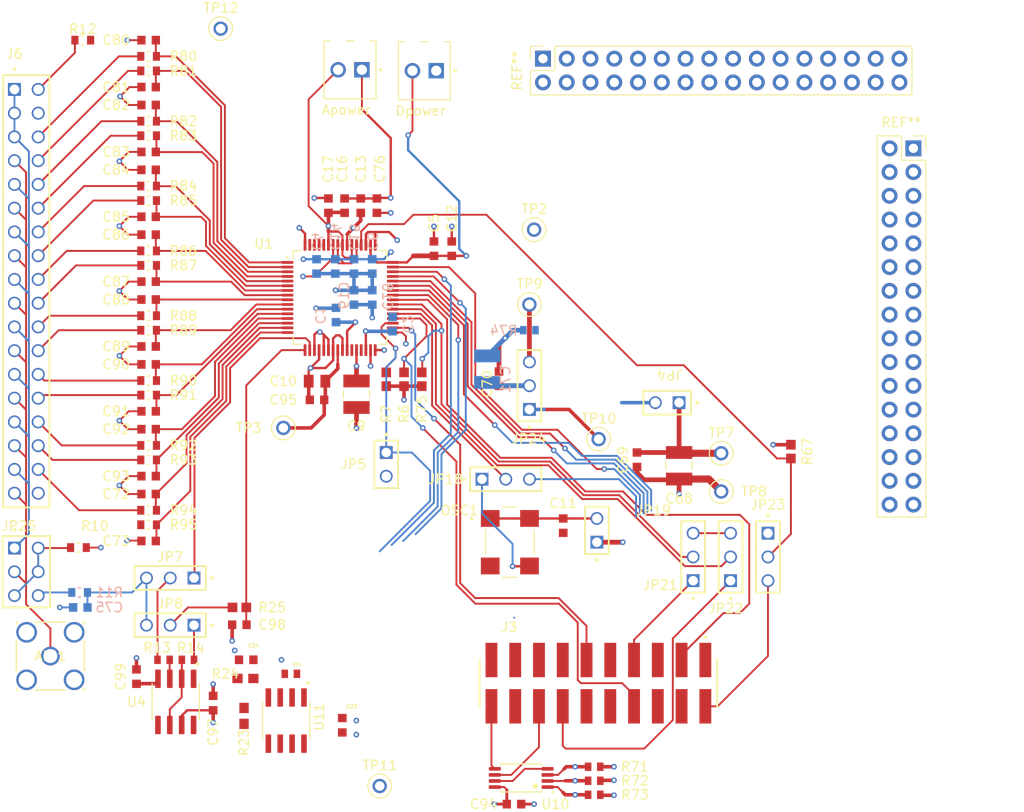
<source format=kicad_pcb>
(kicad_pcb (version 20240108) (generator "pcbnew") (generator_version "8.0")
  (layers (0 "F.Cu" signal) (1 "In1.Cu" signal) (2 "In2.Cu" signal) (31 "B.Cu" signal) (34 "B.Paste" user) (35 "F.Paste" user) (36 "B.SilkS" user "B.Silkscreen") (37 "F.SilkS" user "F.Silkscreen") (38 "B.Mask" user) (39 "F.Mask" user) (44 "Edge.Cuts" user))
  (net 0 "")
  (net 1 "11")
  (net 2 "AVSS")
  (net 3 "VCAP4")
  (net 4 "GNDA")
  (net 5 "VCAP2")
  (net 6 "VCAP3")
  (net 7 "AVDD")
  (net 8 "VCAP1")
  (net 9 "VREFP")
  (net 10 "Net-(OSC1-E{slash}D)")
  (net 11 "AIN1N")
  (net 12 "AIN1P")
  (net 13 "REF_ELEC")
  (net 14 "AIN8N")
  (net 15 "AIN8P")
  (net 16 "AIN7N")
  (net 17 "AIN7P")
  (net 18 "AIN6N")
  (net 19 "AIN6P")
  (net 20 "AIN5N")
  (net 21 "AIN5P")
  (net 22 "AIN4N")
  (net 23 "AIN4P")
  (net 24 "AIN3N")
  (net 25 "AIN3P")
  (net 26 "AIN2N")
  (net 27 "AIN2P")
  (net 28 "Net-(U4-V-)")
  (net 29 "36")
  (net 30 "10")
  (net 31 "20")
  (net 32 "1")
  (net 33 "24")
  (net 34 "28")
  (net 35 "14")
  (net 36 "32")
  (net 37 "26")
  (net 38 "18")
  (net 39 "6")
  (net 40 "22")
  (net 41 "8")
  (net 42 "12")
  (net 44 "30")
  (net 45 "34")
  (net 46 "16")
  (net 47 "Net-(J6-Pad02)")
  (net 48 "SRB2")
  (net 49 "{slash}PWDN")
  (net 50 "Net-(JP8-Pad02)")
  (net 51 "Net-(U4--IN)")
  (net 52 "EXT_CLK")
  (net 53 "CLK")
  (net 54 "Net-(OSC1-OUTPUT)")
  (net 55 "DVDD")
  (net 56 "Net-(JP25-Pad02)")
  (net 57 "Net-(JP25-Pad06)")
  (net 58 "{slash}RESET")
  (net 59 "BIAS_SHD")
  (net 60 "Net-(U4-+IN)")
  (net 61 "SRB1")
  (net 62 "SPI_CS")
  (net 64 "GPIO1")
  (net 65 "SPI_START")
  (net 66 "GPIO4")
  (net 67 "DAISY_IN")
  (net 68 "CLKSEL")
  (net 69 "GPIO3")
  (net 70 "GPIO2")
  (net 71 "SPI_DRDY")
  (net 72 "SPI_IN")
  (net 73 "SPI_CLK")
  (net 74 "SPI_OUT")
  (net 76 "Net-(JP8-Pad01)")
  (net 77 "Net-(JP7-Pad02)")
  (net 78 "GND")
  (net 79 "+5V")
  (net 80 "Net-(J3-Pin_14)")
  (net 82 "/SCL")
  (net 83 "/SDA")
  (net 84 "Net-(J4-Pin_10)")
  (net 85 "Net-(J3-Pin_1)")
  (net 86 "Net-(J3-Pin_7)")
  (net 87 "Net-(J3-Pin_2)")
  (net 88 "Net-(J4-Pin_7)")
  (net 89 "Net-(J4-Pin_9)")
  (net 94 "{slash}MR2")
  (footprint "5000:KEYSTONE_5000" (layer "F.Cu") (at 163.4 89.9)
    (property "Reference" "TP10")
    (property "Value" "5001" (hide yes))
  )
  (footprint "5001:KEYSTONE_5001" (layer "F.Cu") (at 156.5 67.5)
    (property "Reference" "TP2")
    (property "Value" "5001" (hide yes))
  )
  (footprint "1725656:PHOENIX_1725656" (layer "F.Cu") (at 147.54 47.4 180)
    (property "Reference" "Dpower")
    (property "Value" "PHOENIX_1725656" (hide yes))
  )
  (footprint "RC0603FR-074K99L:RESC1608X60N" (layer "F.Cu") (at 115.3 99.059694 180)
    (property "Reference" "R95")
    (property "Value" "4.99K" (hide yes))
  )
  (footprint "5001:KEYSTONE_5001" (layer "F.Cu") (at 123 46)
    (property "Reference" "TP12")
    (property "Value" "5001" (hide yes))
  )
  (footprint "RC0603FR-074K99L:RESC1608X60N" (layer "F.Cu") (at 115.3 85.190278 180)
    (property "Reference" "R91")
    (property "Value" "4.99K" (hide yes))
  )
  (footprint "TSW-102-07-T-S:SAMTEC_TSW-102-07-T-S" (layer "F.Cu") (at 170.73 86 180)
    (property "Reference" "JP4")
    (property "Value" "TSW-102-07-T-S" (hide yes))
  )
  (footprint "GRM188R71H472KA01D:CAPC1608X90N" (layer "F.Cu") (at 115.3 52.250415)
    (property "Reference" "C81")
    (property "Value" "4.7nF" (hide yes))
  )
  (footprint "RC0603FR-074K99L:RESC1608X60N" (layer "F.Cu") (at 115.3 90.572509 180)
    (property "Reference" "R92")
    (property "Value" "4.99K" (hide yes))
  )
  (footprint "GRM188R71H472KA01D:CAPC1608X90N" (layer "F.Cu") (at 115.3 74.969416 180)
    (property "Reference" "C88")
    (property "Value" "4.7nF" (hide yes))
  )
  (footprint "GRM188R71H472KA01D:CAPC1608X90N" (layer "F.Cu") (at 115.3 54.165292 180)
    (property "Reference" "C82")
    (property "Value" "4.7nF" (hide yes))
  )
  (footprint "RC0402JR-070RL:RESC1005X40" (layer "F.Cu") (at 162.9257 127.9375 180)
    (property "Reference" "R73")
    (property "Value" "0" (hide yes))
  )
  (footprint "24AA256-I_ST:SOP8P65_300X640X120L60X24N" (layer "F.Cu") (at 155.1257 126.1375 180)
    (property "Reference" "U10")
    (property "Value" "24AA256-I/ST" (hide yes))
  )
  (footprint "GRM188R61E105KA12D:CAPC1608X90N" (layer "F.Cu") (at 159.6125 99.155 -90)
    (property "Reference" "C11")
    (property "Value" "1uF" (hide yes))
  )
  (footprint "GRM188R71H472KA01D:CAPC1608X90N" (layer "F.Cu") (at 115.3 73.054539)
    (property "Reference" "C87")
    (property "Value" "4.7nF" (hide yes))
  )
  (footprint "TSW-102-07-T-S:SAMTEC_TSW-102-07-T-S" (layer "F.Cu") (at 163.2125 99.655 90)
    (property "Reference" "JP19")
    (property "Value" "TSW-102-07-T-S" (hide yes))
  )
  (footprint "132134:132134_AMP" (layer "F.Cu") (at 104.8 113.1)
    (property "Reference" "AIN1")
    (property "Value" "AIN1" (hide yes))
  )
  (footprint "5000:KEYSTONE_5000" (layer "F.Cu") (at 176.5 91.41)
    (property "Reference" "TP7")
    (property "Value" "5001" (hide yes))
  )
  (footprint "TSW-103-07-T-S:SAMTEC_TSW-103-07-T-S" (layer "F.Cu") (at 173.5 102.5 90)
    (property "Reference" "JP21")
    (property "Value" "TSW-103-07-T-S" (hide yes))
  )
  (footprint "GRM188R71H472KA01D:CAPC1608X90N" (layer "F.Cu") (at 115.3 88.838832 180)
    (property "Reference" "C92")
    (property "Value" "4.7nF" (hide yes))
  )
  (footprint "RC0603FR-074K99L:RESC1608X60N" (layer "F.Cu") (at 115.3 64.386154 180)
    (property "Reference" "R85")
    (property "Value" "4.99K" (hide yes))
  )
  (footprint "GRM188R71H104KA93D:CAPC1608X90N" (layer "F.Cu") (at 133.3 85.7 180)
    (property "Reference" "C95")
    (property "Value" "0.1uF" (hide yes))
  )
  (footprint "TSW-103-07-T-S:SAMTEC_TSW-103-07-T-S" (layer "F.Cu") (at 117.61 104.75 180)
    (property "Reference" "JP7")
    (property "Value" "TSW-103-07-T-S" (hide yes))
  )
  (footprint "OPA376AID:SOIC127P599X175-8N" (layer "F.Cu") (at 118.2 118 -90)
    (property "Reference" "U4")
    (property "Value" "OPA376" (hide yes))
  )
  (footprint "GRM188R61E105KA12D:CAPC1608X90N" (layer "F.Cu") (at 136 120.5 90)
    (property "Reference" "C23")
    (property "Value" "CAPC1608X90N" (hide yes))
  )
  (footprint "GRM188R71H472KA01D:CAPC1608X90N" (layer "F.Cu") (at 115.3 93.858663)
    (property "Reference" "C93")
    (property "Value" "4.7nF" (hide yes))
  )
  (footprint "RC0603FR-074K99L:RESC1608X60N" (layer "F.Cu") (at 115.3 83.637801 180)
    (property "Reference" "R90")
    (property "Value" "4.99K" (hide yes))
  )
  (footprint "GRM188R71H472KA01D:CAPC1608X90N" (layer "F.Cu") (at 115.3 95.77354 180)
    (property "Reference" "C72")
    (property "Value" "4.7nF" (hide yes))
  )
  (footprint "SSW-118-21-F-D:SAMTEC_SSW-118-21-F-D" (layer "F.Cu") (at 103.96 52.5 90)
    (property "Reference" "J6")
    (property "Value" "36PIN_IDC" (hide yes))
  )
  (footprint "5000:KEYSTONE_5000" (layer "F.Cu") (at 129.7 88.7)
    (property "Reference" "TP3")
    (property "Value" "5000" (hide yes))
  )
  (footprint "Connector_PinSocket_2.54mm:PinSocket_2x16_P2.54mm_Vertical" (layer "F.Cu") (at 197.04 58.8)
    (property "Reference" "REF**")
    (property "Value" "PinSocket_2x16_P2.54mm_Vertical")
  )
  (footprint "RC0603FR-0710KL:RESC1607X60N" (layer "F.Cu") (at 140.7 83.5 90)
    (property "Reference" "R7")
    (property "Value" "10K" (hide yes))
  )
  (footprint "RC0603JR-072ML:0603" (layer "F.Cu") (at 125.65 115.5)
    (property "Reference" "R24")
    (property "Value" "0603" (hide yes))
  )
  (footprint "GRM188R61E105KA12D:CAPC1608X90N" (layer "F.Cu") (at 114 115.3 90)
    (property "Reference" "C99")
    (property "Value" "1uF" (hide yes))
  )
  (footprint "RC0603JR-070RL:RESC1607X60N" (layer "F.Cu") (at 125 107.9 180)
    (property "Reference" "R25")
    (property "Value" "0" (hide yes))
  )
  (footprint "GRM188R71H104KA93D:CAPC1608X90N" (layer "F.Cu") (at 152.75 83.4375 90)
    (property "Reference" "C70")
    (property "Value" "0.1uF" (hide yes))
  )
  (footprint "RC0603FR-074K99L:RESC1608X60N" (layer "F.Cu") (at 115.3 69.768385 180)
    (property "Reference" "R86")
    (property "Value" "4.99K" (hide yes))
  )
  (footprint "TSW-103-07-T-S:SAMTEC_TSW-103-07-T-S" (layer "F.Cu") (at 156 84.1875 90)
    (property "Reference" "JP24")
    (property "Value" "TSW-103-07-T-S" (hide yes))
  )
  (footprint "RC0603FR-074K99L:RESC1608X60N" (layer "F.Cu") (at 115.3 78.25557 180)
    (property "Reference" "R89")
    (property "Value" "4.99K" (hide yes))
  )
  (footprint "GRM188R71H472KA01D:CAPC1608X90N" (layer "F.Cu") (at 115.3 47.230584 180)
    (property "Reference" "C80")
    (property "Value" "4.7nF" (hide yes))
  )
  (footprint "RC0603FR-074K99L:RESC1608X60N" (layer "F.Cu") (at 115.3 92.124986 180)
    (property "Reference" "R93")
    (property "Value" "4.99K" (hide yes))
  )
  (footprint "GRM188R71H104KA93D:CAPC1608X90N" (layer "F.Cu") (at 154.3557 128.9375)
    (property "Reference" "C94")
    (property "Value" "0.1uF" (hide yes))
  )
  (footprint "RC0603FR-074K99L:RESC1608X60N" (layer "F.Cu") (at 115.3 57.451446 180)
    (property "Reference" "R83")
    (property "Value" "4.99K" (hide yes))
  )
  (footprint "RC0603FR-074K99L:RESC1608X60N" (layer "F.Cu") (at 115.3 97.507217 180)
    (property "Reference" "R94")
    (property "Value" "4.99K" (hide yes))
  )
  (footprint "RC0603JR-072ML:0603" (layer "F.Cu") (at 125.5 119.5 90)
    (property "Reference" "R23")
    (property "Value" "0603" (hide yes))
  )
  (footprint "RC0402JR-070RL:RESC1005X40" (layer "F.Cu") (at 162.9257 126.4375 180)
    (property "Reference" "R72")
    (property "Value" "0" (hide yes))
  )
  (footprint "GRM219R61A106KE44D:CAPC2012X95N" (layer "F.Cu") (at 133.3 83.7 180)
    (property "Reference" "C10")
    (property "Value" "10uF" (hide yes))
  )
  (footprint "1725656:PHOENIX_1725656" (layer "F.Cu") (at 139.5975 47.3 180)
    (property "Reference" "Apower")
    (property "Value" "PHOENIX_1725656" (hide yes))
  )
  (footprint "RC0603FR-074K99L:RESC1608X60N" (layer "F.Cu") (at 115.3 62.833677 180)
    (property "Reference" "R84")
    (property "Value" "4.99K" (hide yes))
  )
  (footprint "RC0402JR-070RL:RESC1005X40" (layer "F.Cu") (at 130.5 115)
    (property "Reference" "R15")
    (property "Value" "RESC1005X40" (hide yes))
  )
  (footprint "LMK325BJ107MM_T:CAPC3225X280N" (layer "F.Cu") (at 172 92.75 -90)
    (property "Reference" "C68")
    (property "Value" "100uF" (hide yes))
  )
  (footprint "GRM188R61E105KA12D:CAPC1608X90N" (layer "F.Cu") (at 139.7 64.93 -90)
    (property "Reference" "C76")
    (property "Value" "1uF" (hide yes))
  )
  (footprint "ADS1299CPAG:QFP64P50_1200X1200X120L60X22N" (layer "F.Cu") (at 135.77 74.75)
    (property "Reference" "U1")
    (property "Value" "ADS1299IPAG" (hide yes))
  )
  (footprint "OPA376AID:SOIC127P599X175-8N" (layer "F.Cu") (at 130 120 -90)
    (property "Reference" "U11")
    (property "Value" "SOIC127P599X175-8N" (hide yes))
  )
  (footprint "GRM188R71H472KA01D:CAPC1608X90N" (layer "F.Cu") (at 115.3 81.904124 180)
    (property "Reference" "C90")
    (property "Value" "4.7nF" (hide yes))
  )
  (footprint "GRM188R71H472KA01D:CAPC1608X90N" (layer "F.Cu") (at 115.3 86.923955)
    (property "Reference" "C91")
    (property "Value" "4.7nF" (hide yes))
  )
  (footprint "RC0603FR-074K99L:RESC1608X60N" (layer "F.Cu") (at 115.3 71.320862 180)
    (property "Reference" "R87")
    (property "Value" "4.99K" (hide yes))
  )
  (footprint "FXO-HC735:XTAL_FXO-HC735-8" (layer "F.Cu") (at 153.9125 100.925 -90)
    (property "Reference" "OSC1")
    (property "Value" "HC735-2.048MHZ" (hide yes))
  )
  (footprint "Connector_PinSocket_2.54mm:PinSocket_2x16_P2.54mm_Vertical" (layer "F.Cu") (at 157.45 49.21 90)
    (property "Reference" "REF**")
    (property "Value" "PinSocket_2x16_P2.54mm_Vertical" (hide yes))
  )
  (footprint "TSW-103-07-T-S:SAMTEC_TSW-103-07-T-S" (layer "F.Cu") (at 117.61 109.8 180)
    (property "Reference" "JP8")
    (property "Value" "TSW-103-07-T-S" (hide yes))
  )
  (footprint "TSW-103-07-T-D:SAMTEC_TSW-103-07-T-D" (layer "F.Cu") (at 102.23 104.0875 -90)
    (property "Reference" "JP25")
    (property "Value" "TSW-103-07-T-D" (hide yes))
  )
  (footprint "RC0603FR-074K99L:RESC1608X60N" (layer "F.Cu") (at 108.2618 47.230584)
    (property "Reference" "R12")
    (property "Value" "4.99K" (hide yes))
  )
  (footprint "GRM188R71H104KA93D:CAPC1608X90N" (layer "F.Cu") (at 167.5 92.1 -90)
    (property "Reference" "C69")
    (property "Value" "0.1uF" (hide yes))
  )
  (footprint "GRM188R71H472KA01D:CAPC1608X90N" (layer "F.Cu") (at 115.3 66.119831)
    (property "Reference" "C85")
    (property "Value" "4.7nF" (hide yes))
  )
  (footprint "GRM188R71H472KA01D:CAPC1608X90N" (layer "F.Cu") (at 115.3 100.793394)
    (property "Reference" "C73")
    (property "Value" "4.7nF" (hide yes))
  )
  (footprint "5001:KEYSTONE_5001" (layer "F.Cu") (at 140 127)
    (property "Reference" "TP11")
    (property "Value" "5001" (hide yes))
  )
  (footprint "TSM-110-01-T-DV-P-TR:SAMTEC_TSM-110-01-T-DV-P-TR" (layer "F.Cu") (at 163.3732 116)
    (property "Reference" "J3")
    (property "Value" "Conn_02x10_Odd_Even" (hide yes))
  )
  (footprint "GRM188R61E105KA12D:CAPC1608X90N" (layer "F.Cu") (at 134.52 64.93 90)
    (property "Reference" "C17")
    (property "Value" "1uF" (hide yes))
  )
  (footprint "RC0402JR-070RL:RESC1005X40" (layer "F.Cu") (at 119.5 113.5 180)
    (property "Reference" "R14")
    (property "Value" "0" (hide yes))
  )
  (footprint "RC0603FR-0710KL:RESC1607X60N" (layer "F.Cu") (at 144.5 83.5 90)
    (property "Reference" "R75")
    (property "Value" "10K" (hide yes))
  )
  (footprint "RC0603FR-074K99L:RESC1608X60N" (layer "F.Cu") (at 107.8 101.5)
    (property "Reference" "R10")
    (property "Value" "4.99K" (hide yes))
  )
  (footprint "GRM188R71H472KA01D:CAPC1608X90N" (layer "F.Cu") (at 115.3 59.185123)
    (property "Reference" "C83")
    (property "Value" "4.7nF" (hide yes))
  )
  (footprint "RC0402JR-070RL:RESC1005X40" (layer "F.Cu") (at 116.9 113.5 180)
    (property "Reference" "R13")
    (property "Value" "0" (hide yes))
  )
  (footprint "RC0603FR-0710KL:RESC1607X60N" (layer "F.Cu") (at 142.6 83.5 90)
    (property "Reference" "R6")
    (property "Value" "10K" (hide yes))
  )
  (footprint "5001:KEYSTONE_5001" (layer "F.Cu") (at 176.5 95.5)
    (property "Reference" "TP8")
    (property "Value" "5001" (hide yes))
  )
  (footprint "GRM188R71H472KA01D:CAPC1608X90N" (layer "F.Cu") (at 115.3 79.989247)
    (property "Reference" "C89")
    (property "Value" "4.7nF" (hide yes))
  )
  (footprint "TSW-102-07-T-S:SAMTEC_TSW-102-07-T-S" (layer "F.Cu") (at 140.7 92.6 -90)
    (property "Reference" "JP5")
    (property "Value" "TSW-102-07-T-S" (hide yes))
  )
  (footprint "RC0603FR-074K99L:RESC1608X60N" (layer "F.Cu") (at 115.3 55.898969 180)
    (property "Reference" "R82")
    (property "Value" "4.99K" (hide yes))
  )
  (footprint "RC0603FR-074K99L:RESC1608X60N" (layer "F.Cu") (at 115.3 48.964261 180)
    (property "Reference" "R80")
    (property "Value" "4.99K" (hide yes))
  )
  (footprint "GRM188R71H472KA01D:CAPC1608X90N" (layer "F.Cu") (at 115.3 68.034708 180)
    (property "Reference" "C86")
    (property "Value" "4.7nF" (hide yes))
  )
  (footprint "5000:KEYSTONE_5000" (layer "F.Cu") (at 156 75.5)
    (property "Reference" "TP9")
    (property "Value" "5001" (hide yes))
  )
  (footprint "GRM188R61E105KA12D:CAPC1608X90N" (layer "F.Cu") (at 145.8 69.53 90)
    (property "Reference" "C5")
    (property "Value" "1uF" (hide yes))
  )
  (footprint "GRM188R61E105KA12D:CAPC1608X90N" (layer "F.Cu") (at 125.73 113.5)
    (property "Reference" "C24")
    (property "Value" "CAPC1608X90N" (hide yes))
  )
  (footprint "RC0402JR-070RL:RESC1005X40" (layer "F.Cu") (at 162.9257 124.9375 180)
    (property "Reference" "R71")
    (property "Value" "0" (hide yes))
  )
  (footprint "GRM188R71H104KA93D:CAPC1608X90N" (layer "F.Cu") (at 136.246666 64.93 90)
    (property "Reference" "C16")
    (property "Value" "0.1uF" (hide yes))
  )
  (footprint "TSW-103-07-T-S:SAMTEC_TSW-103-07-T-S" (layer "F.Cu") (at 181.5 102.5 -90)
    (property "Reference" "JP23")
    (property "Value" "TSW-103-07-T-S" (hide yes))
  )
  (footprint "GRM188R71H104KA93D:CAPC1608X90N" (layer "F.Cu") (at 125 109.75 180)
    (property "Reference" "C98")
    (property "Value" "0.01uF" (hide yes))
  )
  (footprint "GRM188R71H472KA01D:CAPC1608X90N" (layer "F.Cu") (at 115.3 61.1 180)
    (property "Reference" "C84")
    (property "Value" "4.7nF" (hide yes))
  )
  (footprint "TSW-103-07-T-S:SAMTEC_TSW-103-07-T-S" (layer "F.Cu") (at 153.4725 94.185)
    (property "Reference" "JP18")
    (property "Value" "TSW-103-07-T-S" (hide yes))
  )
  (footprint "LMK325BJ107MM_T:CAPC3225X280N" (layer "F.Cu") (at 137.52 85.1 -90)
    (property "Reference" "C9")
    (property "Value" "100uF" (hide yes))
  )
  (footprint "RC0603FR-074K99L:RESC1608X60N" (layer "F.Cu") (at 115.3 50.516738 180)
    (property "Reference" "R81")
    (property "Value" "4.99K" (hide yes))
  )
  (footprint "GRM188R61E105KA12D:CAPC1608X90N" (layer "F.Cu") (at 122.2 118.13 90)
    (property "Reference" "C97")
    (property "Value" "1uF" (hide yes))
  )
  (footprint "GRM188R71H104KA93D:CAPC1608X90N" (layer "F.Cu") (at 137.973332 64.93 90)
    (property "Reference" "C13")
    (property "Value" "0.1uF" (hide yes))
  )
  (footprint "RC0603FR-0710KL:RESC1607X60N" (layer "F.Cu") (at 183.95 91.235 -90)
    (property "Reference" "R67")
    (property "Value" "10K" (hide yes))
  )
  (footprint "RC0603FR-074K99L:RESC1608X60N" (layer "F.Cu") (at 115.3 76.703093 180)
    (property "Reference" "R88")
    (property "Value" "4.99K" (hide yes))
  )
  (footprint "TSW-103-07-T-S:SAMTEC_TSW-103-07-T-S" (layer "F.Cu") (at 177.5 102.5 90)
    (property "Reference" "JP22")
    (property "Value" "TSW-103-07-T-S" (hide yes))
  )
  (footprint "GRM188R71H104KA93D:CAPC1608X90N" (layer "F.Cu") (at 147.7 69.53 90)
    (property "Reference" "C12")
    (property "Value" "0.1uF" (hide yes))
  )
  (footprint "GRM188R71H472KA01D:CAPC1608X90N" (layer "B.Cu") (at 108 107.9 180)
    (property "Reference" "C75")
    (property "Value" "4.7nF" (hide yes))
  )
  (footprint "GRM188R61E105KA12D:CAPC1608X90N" (layer "B.Cu") (at 135.325 76.625 90)
    (property "Reference" "C1")
    (property "Value" "1uF" (hide yes))
  )
  (footprint "GRM188R71H104KA93D:CAPC1608X90N" (layer "B.Cu") (at 135.25 71.43 90)
    (property "Reference" "C14")
    (property "Value" "0.1uF" (hide yes))
  )
  (footprint "RC0402JR-070RL:RESC1005X40" (layer "B.Cu") (at 156 78.25 180)
    (property "Reference" "R74")
    (property "Value" "0" (hide yes))
  )
  (footprint "GRM188R61E105KA12D:CAPC1608X90N" (layer "B.Cu") (at 141.375 77.6 90)
    (property "Reference" "C2")
    (property "Value" "1uF" (hide yes))
  )
  (footprint "GRM188R71H104KA93D:CAPC1608X90N" (layer "B.Cu") (at 137.25 74.75 -90)
    (property "Reference" "C19")
    (property "Value" "0.1uF" (hide yes))
  )
  (footprint "GRM188R71H104KA93D:CAPC1608X90N" (layer "B.Cu") (at 139.2 74.75 -90)
    (property "Reference" "C18")
    (property "Value" "0.1uF" (hide yes))
  )
  (footprint "GRM188R71H104KA93D:CAPC1608X90N" (layer "B.Cu") (at 137.25 71.43 90)
    (property "Reference" "C15")
    (property "Value" "0.1uF" (hide yes))
  )
  (footprint "RC0603FR-074K99L:RESC1608X60N" (layer "B.Cu") (at 107.925 106.3)
    (property "Reference" "R11")
    (property "Value" "4.99K" (hide yes))
  )
  (footprint "GRM188R61E105KA12D:CAPC1608X90N" (layer "B.Cu") (at 133.25 71.43 90)
    (property "Reference" "C4")
    (property "Value" "1uF" (hide yes))
  )
  (footprint "GRM188R61E105KA12D:CAPC1608X90N" (layer "B.Cu") (at 139.2 71.43 90)
    (property "Reference" "C6")
    (property "Value" "1uF" (hide yes))
  )
  (footprint "LMK325BJ107MM_T:CAPC3225X280N" (layer "B.Cu") (at 151.5 82.42 90)
    (property "Reference" "C71")
    (property "Value" "100uF" (hide yes))
  )
  (gr_line (start 116.3 116.05) (end 113.95 116.05) (stroke (width 0.381)) (layer "F.Cu") (net 28))
  (segment (start 102.2 66.44) (end 100.96 65.2) (width 0.2032) (layer "F.Cu") (net 1))
  (segment (start 102.2 61.36) (end 100.96 60.12) (width 0.2032) (layer "F.Cu") (net 1))
  (segment (start 102.2 71.52) (end 102.2 66.44) (width 0.2032) (layer "F.Cu") (net 1))
  (segment (start 102.2 107.55) (end 104.8 110.15) (width 0.2032) (layer "F.Cu") (net 1))
  (segment (start 102.2 91.84) (end 102.2 86.76) (width 0.2032) (layer "F.Cu") (net 1))
  (segment (start 102.2 96.92) (end 102.2 91.84) (width 0.2032) (layer "F.Cu") (net 1))
  (segment (start 102.2 66.44) (end 102.2 61.36) (width 0.2032) (layer "F.Cu") (net 1))
  (segment (start 102.2 81.68) (end 100.96 80.44) (width 0.2032) (layer "F.Cu") (net 1))
  (segment (start 102.2 91.84) (end 100.96 90.6) (width 0.2032) (layer "F.Cu") (net 1))
  (segment (start 102.2 86.76) (end 102.2 81.68) (width 0.2032) (layer "F.Cu") (net 1))
  (segment (start 102.2 81.68) (end 102.2 76.6) (width 0.2032) (layer "F.Cu") (net 1))
  (segment (start 102.2 71.52) (end 100.96 70.28) (width 0.2032) (layer "F.Cu") (net 1))
  (segment (start 104.8 110.15) (end 104.8 113.1) (width 0.2032) (layer "F.Cu") (net 1))
  (segment (start 102.2 76.6) (end 100.96 75.36) (width 0.2032) (layer "F.Cu") (net 1))
  (segment (start 100.96 104.0875) (end 102.2 105.3275) (width 0.2032) (layer "F.Cu") (net 1))
  (segment (start 102.2 96.92) (end 100.96 95.68) (width 0.2032) (layer "F.Cu") (net 1))
  (segment (start 102.2 86.76) (end 100.96 85.52) (width 0.2032) (layer "F.Cu") (net 1))
  (segment (start 102.2 105.3275) (end 102.2 96.92) (width 0.2032) (layer "F.Cu") (net 1))
  (segment (start 102.2 105.3275) (end 102.2 107.55) (width 0.2032) (layer "F.Cu") (net 1))
  (segment (start 102.2 76.6) (end 102.2 71.52) (width 0.2032) (layer "F.Cu") (net 1))
  (segment (start 132.6 82.3) (end 132.412 82.488) (width 0.254) (layer "F.Cu") (net 2))
  (segment (start 136.720771 71.1) (end 137 71.1) (width 0.2032) (layer "F.Cu") (net 2))
  (segment (start 136.720771 71.1) (end 136.2 71.1) (width 0.2032) (layer "F.Cu") (net 2))
  (segment (start 135.02 80.38) (end 135.02 81.48) (width 0.254) (layer "F.Cu") (net 2))
  (segment (start 132.412 85.582) (end 132.53 85.7) (width 0.381) (layer "F.Cu") (net 2))
  (segment (start 139.52 80.38) (end 140.48 80.38) (width 0.254) (layer "F.Cu") (net 2))
  (segment (start 136.02 79.12) (end 136.02 80.38) (width 0.254) (layer "F.Cu") (net 2))
  (segment (start 135.7 78.8) (end 136.02 79.12) (width 0.254) (layer "F.Cu") (net 2))
  (segment (start 139.7 64.1) (end 141.18 64.1) (width 0.254) (layer "F.Cu") (net 2))
  (segment (start 135.02 69.12) (end 135.02 70.52) (width 0.2032) (layer "F.Cu") (net 2))
  (segment (start 135.35 78.8) (end 135.7 78.8) (width 0.254) (layer "F.Cu") (net 2))
  (segment (start 136.2 71.1) (end 135.52 70.42) (width 0.2032) (layer "F.Cu") (net 2))
  (segment (start 135.52 70.42) (end 135.52 69.12) (width 0.2032) (layer "F.Cu") (net 2))
  (segment (start 132.412 83.7) (end 132.412 85.582) (width 0.381) (layer "F.Cu") (net 2))
  (segment (start 137.52 70.58) (end 137.52 69.12) (width 0.2032) (layer "F.Cu") (net 2))
  (segment (start 141.18 64.1) (end 141.18 57.705) (width 0.254) (layer "F.Cu") (net 2))
  (segment (start 132.412 82.488) (end 132.412 83.7) (width 0.254) (layer "F.Cu") (net 2))
  (segment (start 135.6 71.1) (end 136.720771 71.1) (width 0.2032) (layer "F.Cu") (net 2))
  (segment (start 135.02 70.52) (end 133.04 72.5) (width 0.2032) (layer "F.Cu") (net 2))
  (segment (start 135.02 70.52) (end 135.6 71.1) (width 0.2032) (layer "F.Cu") (net 2))
  (segment (start 135.02 81.48) (end 134.2 82.3) (width 0.254) (layer "F.Cu") (net 2))
  (segment (start 132.6 82.3) (end 132.412 82.488) (width 0.254) (layer "F.Cu") (net 2))
  (segment (start 141.18 57.705) (end 138.0975 54.6225) (width 0.254) (layer "F.Cu") (net 2))
  (segment (start 138.0975 50.4) (end 138.0975 54.6225) (width 0.2) (layer "F.Cu") (net 2))
  (segment (start 135.02 79.13) (end 135.35 78.8) (width 0.254) (layer "F.Cu") (net 2))
  (segment (start 137.52 86.52) (end 137.52 88.73) (width 0.508) (layer "F.Cu") (net 2))
  (segment (start 133.52 80.38) (end 133.52 81.38) (width 0.254) (layer "F.Cu") (net 2))
  (segment (start 136.246666 64.16) (end 139.7 64.16) (width 0.254) (layer "F.Cu") (net 2))
  (segment (start 135.02 80.38) (end 135.02 79.13) (width 0.254) (layer "F.Cu") (net 2))
  (segment (start 134.2 82.3) (end 132.6 82.3) (width 0.254) (layer "F.Cu") (net 2))
  (segment (start 133.52 81.38) (end 132.6 82.3) (width 0.254) (layer "F.Cu") (net 2))
  (segment (start 137 71.1) (end 137.52 70.58) (width 0.2032) (layer "F.Cu") (net 2))
  (segment (start 133.04 72.5) (end 131.8 72.5) (width 0.2032) (layer "F.Cu") (net 2))
  (via (at 141.18 64.1) (size 0.6) (drill 0.3) (layers "F.Cu" "B.Cu") (net 2))
  (via (at 132.6 82.3) (size 0.6) (drill 0.3) (layers "F.Cu" "B.Cu") (net 2))
  (via (at 133.2 75.9) (size 0.6) (drill 0.3) (layers "F.Cu" "B.Cu") (net 2))
  (via (at 131.84 70.66) (size 0.6) (drill 0.3) (layers "F.Cu" "B.Cu") (net 2))
  (via (at 131.8 72.5) (size 0.6) (drill 0.3) (layers "F.Cu" "B.Cu") (net 2))
  (via (at 141.2 69.9) (size 0.6) (drill 0.3) (layers "F.Cu" "B.Cu") (net 2))
  (via (at 140.48 80.38) (size 0.6) (drill 0.3) (layers "F.Cu" "B.Cu") (net 2))
  (via (at 137.52 88.73) (size 0.6) (drill 0.3) (layers "F.Cu" "B.Cu") (net 2))
  (segment (start 133.25 70.66) (end 131.84 70.66) (width 0.254) (layer "B.Cu") (net 2))
  (segment (start 133.2 75.9) (end 135.275 75.9) (width 0.381) (layer "B.Cu") (net 2))
  (segment (start 139.2 70.66) (end 137.25 70.66) (width 0.254) (layer "B.Cu") (net 2))
  (segment (start 135.25 70.66) (end 133.25 70.66) (width 0.254) (layer "B.Cu") (net 2))
  (segment (start 137.25 70.66) (end 135.25 70.66) (width 0.254) (layer "B.Cu") (net 2))
  (segment (start 140.44 70.66) (end 139.2 70.66) (width 0.254) (layer "B.Cu") (net 2))
  (segment (start 139.17 70.66) (end 139.2 70.69) (width 0.254) (layer "B.Cu") (net 2))
  (segment (start 141.2 69.9) (end 140.44 70.66) (width 0.254) (layer "B.Cu") (net 2))
  (segment (start 136.52 78.33) (end 136.52 80.38) (width 0.254) (layer "F.Cu") (net 3))
  (segment (start 137.4 77.45) (end 136.52 78.33) (width 0.254) (layer "F.Cu") (net 3))
  (segment (start 137.4 77.395) (end 137.4 77.45) (width 0.254) (layer "F.Cu") (net 3))
  (via (at 137.4 77.395) (size 0.6) (drill 0.3) (layers "F.Cu" "B.Cu") (net 3))
  (segment (start 137.4 77.395) (end 135.325 77.395) (width 0.381) (layer "B.Cu") (net 3))
  (segment (start 113.085292 74.969416) (end 114.45 74.969416) (width 0.2032) (layer "F.Cu") (net 4))
  (segment (start 142.8 79.7) (end 142.8 78.9) (width 0.2032) (layer "F.Cu") (net 4))
  (segment (start 122.2 117.33) (end 122.2 116.1) (width 0.381) (layer "F.Cu") (net 4))
  (segment (start 139.5 67.75) (end 141 67.75) (width 0.254) (layer "F.Cu") (net 4))
  (segment (start 141.875 68.625) (end 142 68.75) (width 0.254) (layer "F.Cu") (net 4))
  (segment (start 113.085292 88.838832) (end 114.45 88.838832) (width 0.2032) (layer "F.Cu") (net 4))
  (segment (start 138.52 67.98) (end 138.75 67.75) (width 0.254) (layer "F.Cu") (net 4))
  (segment (start 113.085292 95.77354) (end 114.45 95.77354) (width 0.2032) (layer "F.Cu") (net 4))
  (segment (start 114.53 47.230584) (end 113.019416 47.230584) (width 0.2032) (layer "F.Cu") (net 4))
  (segment (start 114.45 59.185123) (end 113.169585 59.185123) (width 0.2032) (layer "F.Cu") (net 4))
  (segment (start 134.47 64.11) (end 134.52 64.16) (width 0.254) (layer "F.Cu") (net 4))
  (segment (start 112.17 87.92354) (end 113.085292 88.838832) (width 0.2032) (layer "F.Cu") (net 4))
  (segment (start 114.45 79.989247) (end 113.169585 79.989247) (width 0.2032) (layer "F.Cu") (net 4))
  (segment (start 138.75 67.75) (end 139.5 67.75) (width 0.254) (layer "F.Cu") (net 4))
  (segment (start 114 114.53) (end 114 113.3) (width 0.381) (layer "F.Cu") (net 4))
  (segment (start 112.17 67.119416) (end 113.085292 68.034708) (width 0.2032) (layer "F.Cu") (net 4))
  (segment (start 112.25 53.25) (end 113.165292 54.165292) (width 0.2032) (layer "F.Cu") (net 4))
  (segment (start 114.45 93.858663) (end 113.169585 93.858663) (width 0.2032) (layer "F.Cu") (net 4))
  (segment (start 112.17 60.184708) (end 113.085292 61.1) (width 0.2032) (layer "F.Cu") (net 4))
  (segment (start 113.165292 54.165292) (end 114.53 54.165292) (width 0.2032) (layer "F.Cu") (net 4))
  (segment (start 108.689416 101.5) (end 110.2 101.5) (width 0.2032) (layer "F.Cu") (net 4))
  (segment (start 113.085292 68.034708) (end 114.45 68.034708) (width 0.2032) (layer "F.Cu") (net 4))
  (segment (start 152.75 79.75) (end 153.4 79.1) (width 0.508) (layer "F.Cu") (net 4))
  (segment (start 142.8 78.9) (end 142.4 78.5) (width 0.2032) (layer "F.Cu") (net 4))
  (segment (start 132.02 69.12) (end 132.02 67.92) (width 0.254) (layer "F.Cu") (net 4))
  (segment (start 138.52 69.12) (end 138.52 67.98) (width 0.254) (layer "F.Cu") (net 4))
  (segment (start 112.17 94.858248) (end 113.085292 95.77354) (width 0.2032) (layer "F.Cu") (net 4))
  (segment (start 113.085292 81.904124) (end 114.45 81.904124) (width 0.2032) (layer "F.Cu") (net 4))
  (segment (start 113.085292 61.1) (end 114.45 61.1) (width 0.2032) (layer "F.Cu") (net 4))
  (segment (start 113.169585 79.989247) (end 112.17 80.988832) (width 0.2032) (layer "F.Cu") (net 4))
  (segment (start 139.02 80.38) (end 139.02 82.08) (width 0.254) (layer "F.Cu") (net 4))
  (segment (start 145.8 68.76) (end 145.8 67.15) (width 0.254) (layer "F.Cu") (net 4))
  (segment (start 112.17 74.054124) (end 113.085292 74.969416) (width 0.2032) (layer "F.Cu") (net 4))
  (segment (start 133 64.11) (end 134.47 64.11) (width 0.254) (layer "F.Cu") (net 4))
  (segment (start 114.505292 100.75) (end 112.994708 100.75) (width 0.2032) (layer "F.Cu") (net 4))
  (segment (start 152.75 82.6675) (end 152.75 79.75) (width 0.508) (layer "F.Cu") (net 4))
  (segment (start 113.169585 73.054539) (end 112.17 74.054124) (width 0.2032) (layer "F.Cu") (net 4))
  (segment (start 139.7 65.7) (end 141.18 65.7) (width 0.254) (layer "F.Cu") (net 4))
  (segment (start 114.45 86.923955) (end 113.169585 86.923955) (width 0.2032) (layer "F.Cu") (net 4))
  (segment (start 113.169585 93.858663) (end 112.17 94.858248) (width 0.2032) (layer "F.Cu") (net 4))
  (segment (start 114.45 66.119831) (end 113.169585 66.119831) (width 0.2032) (layer "F.Cu") (net 4))
  (segment (start 114.53 52.250415) (end 113.249585 52.250415) (width 0.2032) (layer "F.Cu") (net 4))
  (segment (start 139.52 69.12) (end 139.52 67.77) (width 0.254) (layer "F.Cu") (net 4))
  (segment (start 141 67.75) (end 141.875 68.625) (width 0.254) (layer "F.Cu") (net 4))
  (segment (start 114.45 73.054539) (end 113.169585 73.054539) (width 0.2032) (layer "F.Cu") (net 4))
  (segment (start 112.17 80.988832) (end 113.085292 81.904124) (width 0.2032) (layer "F.Cu") (net 4))
  (segment (start 113.169585 59.185123) (end 112.17 60.184708) (width 0.2032) (layer "F.Cu") (net 4))
  (segment (start 132.02 67.92) (end 131.4 67.3) (width 0.254) (layer "F.Cu") (net 4))
  (segment (start 113.169585 86.923955) (end 112.17 87.92354) (width 0.2032) (layer "F.Cu") (net 4))
  (segment (start 113.169585 66.119831) (end 112.17 67.119416) (width 0.2032) (layer "F.Cu") (net 4))
  (segment (start 113.249585 52.250415) (end 112.25 53.25) (width 0.2032) (layer "F.Cu") (net 4))
  (segment (start 147.7 68.76) (end 147.7 67.15) (width 0.254) (layer "F.Cu") (net 4))
  (segment (start 142.4 78.5) (end 141.4 78.5) (width 0.2032) (layer "F.Cu") (net 4))
  (segment (start 124.23 109.75) (end 124.23 111.48) (width 0.381) (layer "F.Cu") (net 4))
  (segment (start 139.52 67.77) (end 139.5 67.75) (width 0.254) (layer "F.Cu") (net 4))
  (via (at 122.2 116.1) (size 0.6) (drill 0.3) (layers "F.Cu" "B.Cu") (net 4))
  (via (at 131.4 67.3) (size 0.6) (drill 0.3) (layers "F.Cu" "B.Cu") (net 4))
  (via (at 133 64.11) (size 0.6) (drill 0.3) (layers "F.Cu" "B.Cu") (net 4))
  (via (at 112.17 60.184708) (size 0.6) (drill 0.3) (layers "F.Cu" "B.Cu") (net 4))
  (via (at 112.17 67.119416) (size 0.6) (drill 0.3) (layers "F.Cu" "B.Cu") (net 4))
  (via (at 147.7 67.15) (size 0.6) (drill 0.3) (layers "F.Cu" "B.Cu") (net 4))
  (via (at 112.17 94.858248) (size 0.6) (drill 0.3) (layers "F.Cu" "B.Cu") (net 4))
  (via (at 113.019416 47.230584) (size 0.6) (drill 0.3) (layers "F.Cu" "B.Cu") (net 4))
  (via (at 142.8 79.7) (size 0.6) (drill 0.3) (layers "F.Cu" "B.Cu") (net 4))
  (via (at 124.5 112.5) (size 0.6) (drill 0.3) (layers "F.Cu" "B.Cu") (net 4))
  (via (at 129.5 113.5) (size 0.6) (drill 0.3) (layers "F.Cu" "B.Cu") (net 4))
  (via (at 112.17 74.054124) (size 0.6) (drill 0.3) (layers "F.Cu" "B.Cu") (net 4))
  (via (at 139.2 76.9) (size 0.6) (drill 0.3) (layers "F.Cu" "B.Cu") (net 4))
  (via (at 137.5 121.5) (size 0.6) (drill 0.3) (layers "F.Cu" "B.Cu") (net 4))
  (via (at 153.4 79.1) (size 0.6) (drill 0.3) (layers "F.Cu" "B.Cu") (net 4))
  (via (at 110.2 101.5) (size 0.6) (drill 0.3) (layers "F.Cu" "B.Cu") (net 4))
  (via (at 139.02 82.08) (size 0.6) (drill 0.3) (layers "F.Cu" "B.Cu") (net 4))
  (via (at 112.994708 100.75) (size 0.6) (drill 0.3) (layers "F.Cu" "B.Cu") (net 4))
  (via (at 112.17 80.988832) (size 0.6) (drill 0.3) (layers "F.Cu" "B.Cu") (net 4))
  (via (at 124.23 111.48) (size 0.6) (drill 0.3) (layers "F.Cu" "B.Cu") (net 4))
  (via (at 141.18 65.7) (size 0.6) (drill 0.3) (layers "F.Cu" "B.Cu") (net 4))
  (via (at 114 113.3) (size 0.6) (drill 0.3) (layers "F.Cu" "B.Cu") (net 4))
  (via (at 145.8 67.15) (size 0.6) (drill 0.3) (layers "F.Cu" "B.Cu") (net 4))
  (via (at 112.25 53.25) (size 0.6) (drill 0.3) (layers "F.Cu" "B.Cu") (net 4))
  (via (at 112.17 87.92354) (size 0.6) (drill 0.3) (layers "F.Cu" "B.Cu") (net 4))
  (via (at 137.5 120) (size 0.6) (drill 0.3) (layers "F.Cu" "B.Cu") (net 4))
  (via (at 105.8 107.9) (size 0.6) (drill 0.3) (layers "F.Cu" "B.Cu") (net 4))
  (via (at 141.875 68.625) (size 0.6) (drill 0.3) (layers "F.Cu" "B.Cu") (net 4))
  (segment (start 153.4 79.1) (end 154.25 78.25) (width 0.508) (layer "B.Cu") (net 4))
  (segment (start 139.2 75.52) (end 139.2 76.9) (width 0.381) (layer "B.Cu") (net 4))
  (segment (start 107.23 107.9) (end 105.8 107.9) (width 0.2032) (layer "B.Cu") (net 4))
  (segment (start 154.25 78.25) (end 155.35 78.25) (width 0.508) (layer "B.Cu") (net 4))
  (segment (start 151.5 81) (end 153.4 79.1) (width 0.508) (layer "B.Cu") (net 4))
  (segment (start 137.25 75.52) (end 139.2 75.52) (width 0.381) (layer "B.Cu") (net 4))
  (segment (start 138.52 80.38) (end 138.52 78.37) (width 0.254) (layer "F.Cu") (net 5))
  (segment (start 138.52 78.37) (end 138.5 78.35) (width 0.254) (layer "F.Cu") (net 5))
  (via (at 138.5 78.35) (size 0.6) (drill 0.3) (layers "F.Cu" "B.Cu") (net 5))
  (segment (start 138.52 78.37) (end 138.5 78.35) (width 0.381) (layer "B.Cu") (net 5))
  (segment (start 141.375 78.37) (end 138.52 78.37) (width 0.381) (layer "B.Cu") (net 5))
  (segment (start 136.52 69.12) (end 136.52 67.98) (width 0.2032) (layer "F.Cu") (net 6))
  (segment (start 136.52 67.98) (end 137.2 67.3) (width 0.381) (layer "F.Cu") (net 6))
  (segment (start 137.2 67.3) (end 137.973332 66.526668) (width 0.381) (layer "F.Cu") (net 6))
  (segment (start 137.973332 66.526668) (end 137.973332 65.7) (width 0.381) (layer "F.Cu") (net 6))
  (via (at 137.2 67.3) (size 0.6) (drill 0.3) (layers "F.Cu" "B.Cu") (net 6))
  (segment (start 133.3 78.45) (end 133.02 78.73) (width 0.254) (layer "F.Cu") (net 7))
  (segment (start 133.02 78.73) (end 133.02 80.38) (width 0.254) (layer "F.Cu") (net 7))
  (segment (start 119.420001 118.9) (end 122.2 118.9) (width 0.254) (layer "F.Cu") (net 7))
  (segment (start 136.02 68.12) (end 136.02 69.12) (width 0.2032) (layer "F.Cu") (net 7))
  (segment (start 134.52 67.1) (end 132.4 64.98) (width 0.2) (layer "F.Cu") (net 7))
  (segment (start 137.02 70.23056) (end 136.75056 70.5) (width 0.2032) (layer "F.Cu") (net 7))
  (segment (start 134.52 67.7) (end 134.52 67.1) (width 0.381) (layer "F.Cu") (net 7))
  (segment (start 118.835 120.47) (end 118.835 119.485001) (width 0.254) (layer "F.Cu") (net 7))
  (segment (start 134.52 69.12) (end 134.52 67.7) (width 0.254) (layer "F.Cu") (net 7))
  (segment (start 134.52 79.24) (end 134.02 78.74) (width 0.254) (layer "F.Cu") (net 7))
  (segment (start 134.57 65.65) (end 136.196666 65.65) (width 0.381) (layer "F.Cu") (net 7))
  (segment (start 134.52 80.38) (end 134.52 79.24) (width 0.254) (layer "F.Cu") (net 7))
  (segment (start 132.4 64.98) (end 132.4 53.5575) (width 0.2) (layer "F.Cu") (net 7))
  (segment (start 133.6 78.45) (end 133.73 78.45) (width 0.254) (layer "F.Cu") (net 7))
  (segment (start 133.6 78.45) (end 133.3 78.45) (width 0.254) (layer "F.Cu") (net 7))
  (segment (start 134.02 78.74) (end 134.02 80.38) (width 0.254) (layer "F.Cu") (net 7))
  (segment (start 134.52 67.7) (end 135.6 67.7) (width 0.254) (layer "F.Cu") (net 7))
  (segment (start 136.28944 70.5) (end 136.02 70.23056) (width 0.2032) (layer "F.Cu") (net 7))
  (segment (start 135.6 67.7) (end 136.02 68.12) (width 0.2032) (layer "F.Cu") (net 7))
  (segment (start 122.2 118.98) (end 122.2 120.21) (width 0.381) (layer "F.Cu") (net 7))
  (segment (start 132.4 53.5575) (end 135.5575 50.4) (width 0.2) (layer "F.Cu") (net 7))
  (segment (start 136.196666 65.65) (end 136.246666 65.7) (width 0.381) (layer "F.Cu") (net 7))
  (segment (start 118.835 119.485001) (end 119.420001 118.9) (width 0.254) (layer "F.Cu") (net 7))
  (segment (start 134.47 65.65) (end 134.52 65.7) (width 0.381) (layer "F.Cu") (net 7))
  (segment (start 134.52 65.7) (end 134.57 65.65) (width 0.381) (layer "F.Cu") (net 7))
  (segment (start 136.75056 70.5) (end 136.28944 70.5) (width 0.2032) (layer "F.Cu") (net 7))
  (segment (start 137.02 69.12) (end 137.02 70.23056) (width 0.2032) (layer "F.Cu") (net 7))
  (segment (start 134.52 67.1) (end 134.52 65.7) (width 0.381) (layer "F.Cu") (net 7))
  (segment (start 133.73 78.45) (end 134.02 78.74) (width 0.254) (layer "F.Cu") (net 7))
  (segment (start 136.02 70.23056) (end 136.02 69.12) (width 0.2032) (layer "F.Cu") (net 7))
  (via (at 134.52 67.1) (size 0.6) (drill 0.3) (layers "F.Cu" "B.Cu") (net 7))
  (via (at 133.6 78.45) (size 0.6) (drill 0.3) (layers "F.Cu" "B.Cu") (net 7))
  (via (at 122.2 120.21) (size 0.6) (drill 0.3) (layers "F.Cu" "B.Cu") (net 7))
  (via (at 135.28 73.98) (size 0.6) (drill 0.3) (layers "F.Cu" "B.Cu") (net 7))
  (segment (start 137.25 73.98) (end 137.25 72.2) (width 0.381) (layer "B.Cu") (net 7))
  (segment (start 135.25 72.2) (end 133.25 72.2) (width 0.381) (layer "B.Cu") (net 7))
  (segment (start 139.2 72.2) (end 137.25 72.2) (width 0.381) (layer "B.Cu") (net 7))
  (segment (start 139.2 73.98) (end 139.2 72.2) (width 0.381) (layer "B.Cu") (net 7))
  (segment (start 137.25 72.2) (end 135.25 72.2) (width 0.381) (layer "B.Cu") (net 7))
  (segment (start 137.25 73.98) (end 139.2 73.98) (width 0.381) (layer "B.Cu") (net 7))
  (segment (start 139.17 72.2) (end 139.2 72.23) (width 0.254) (layer "B.Cu") (net 7))
  (segment (start 137.25 73.98) (end 135.28 73.98) (width 0.381) (layer "B.Cu") (net 7))
  (segment (start 137.52 80.38) (end 137.52 82.02) (width 0.254) (layer "F.Cu") (net 8))
  (segment (start 137.52 82.15) (end 137.52 82.1) (width 0.508) (layer "F.Cu") (net 8))
  (segment (start 137.52 82.1) (end 137.52 82.02) (width 0.508) (layer "F.Cu") (net 8))
  (segment (start 137.52 83.68) (end 137.52 82.15) (width 0.508) (layer "F.Cu") (net 8))
  (via (at 137.52 82.1) (size 0.6) (drill 0.3) (layers "F.Cu" "B.Cu") (net 8))
  (segment (start 132.675 88.7) (end 134.07 87.305) (width 0.381) (layer "F.Cu") (net 9))
  (segment (start 134.07 87.305) (end 134.07 85.7) (width 0.381) (layer "F.Cu") (net 9))
  (segment (start 134.188 83.7) (end 134.188 85.582) (width 0.381) (layer "F.Cu") (net 9))
  (segment (start 134.188 85.582) (end 134.07 85.7) (width 0.381) (layer "F.Cu") (net 9))
  (segment (start 135.52 82.368) (end 134.188 83.7) (width 0.381) (layer "F.Cu") (net 9))
  (segment (start 135.52 81.9) (end 135.52 80.38) (width 0.254) (layer "F.Cu") (net 9))
  (segment (start 129.7 88.7) (end 132.675 88.7) (width 0.381) (layer "F.Cu") (net 9))
  (segment (start 135.52 81.9) (end 135.52 82.368) (width 0.381) (layer "F.Cu") (net 9))
  (segment (start 151.8125 98.385) (end 156.0125 98.385) (width 0.254) (layer "F.Cu") (net 10))
  (segment (start 156.0125 98.385) (end 159.6125 98.385) (width 0.254) (layer "F.Cu") (net 10))
  (segment (start 159.6125 98.385) (end 163.2125 98.385) (width 0.254) (layer "F.Cu") (net 10))
  (segment (start 116.07 97.439017) (end 116.1382 97.507217) (width 0.2032) (layer "F.Cu") (net 11))
  (segment (start 116.07 95.77354) (end 116.07 97.439017) (width 0.2032) (layer "F.Cu") (net 11))
  (segment (start 123.2032 85.630197) (end 123.2032 81.969381) (width 0.2032) (layer "F.Cu") (net 11))
  (segment (start 123.2032 81.969381) (end 127.172581 78) (width 0.2032) (layer "F.Cu") (net 11))
  (segment (start 119.35 89.483397) (end 123.2032 85.630197) (width 0.2032) (layer "F.Cu") (net 11))
  (segment (start 127.172581 78) (end 130.14 78) (width 0.2032) (layer "F.Cu") (net 11))
  (segment (start 116.07 95.77354) (end 119.35 92.49354) (width 0.2032) (layer "F.Cu") (net 11))
  (segment (start 119.35 92.49354) (end 119.35 89.483397) (width 0.2032) (layer "F.Cu") (net 11))
  (segment (start 116.1382 100.725194) (end 116.07 100.793394) (width 0.2032) (layer "F.Cu") (net 12))
  (segment (start 116.1382 99.059694) (end 119.7532 95.444694) (width 0.2032) (layer "F.Cu") (net 12))
  (segment (start 127.242791 78.5) (end 130.14 78.5) (width 0.2032) (layer "F.Cu") (net 12))
  (segment (start 116.1382 99.059694) (end 116.1382 100.725194) (width 0.2032) (layer "F.Cu") (net 12))
  (segment (start 123.6064 82.136391) (end 127.242791 78.5) (width 0.2032) (layer "F.Cu") (net 12))
  (segment (start 119.7532 95.444694) (end 119.7532 89.650408) (width 0.2032) (layer "F.Cu") (net 12))
  (segment (start 123.6064 85.797208) (end 123.6064 82.136391) (width 0.2032) (layer "F.Cu") (net 12))
  (segment (start 119.7532 89.650408) (end 123.6064 85.797208) (width 0.2032) (layer "F.Cu") (net 12))
  (segment (start 108.7632 107.8932) (end 108.77 107.9) (width 0.2032) (layer "B.Cu") (net 13))
  (segment (start 108.7632 106.3) (end 113.52 106.3) (width 0.2032) (layer "B.Cu") (net 13))
  (segment (start 108.7632 106.3) (end 108.7632 107.8932) (width 0.2032) (layer "B.Cu") (net 13))
  (segment (start 115.07 104.75) (end 115.07 109.8) (width 0.2032) (layer "B.Cu") (net 13))
  (segment (start 113.52 106.3) (end 115.07 104.75) (width 0.2032) (layer "B.Cu") (net 13))
  (segment (start 118.214261 48.964261) (end 123.45 54.2) (width 0.2032) (layer "F.Cu") (net 14))
  (segment (start 116.1382 48.964261) (end 118.214261 48.964261) (width 0.2032) (layer "F.Cu") (net 14))
  (segment (start 123.45 54.2) (end 123.45 68.4) (width 0.2032) (layer "F.Cu") (net 14))
  (segment (start 116.07 47.230584) (end 116.07 48.896061) (width 0.2032) (layer "F.Cu") (net 14))
  (segment (start 116.07 48.896061) (end 116.1382 48.964261) (width 0.2032) (layer "F.Cu") (net 14))
  (segment (start 123.45 68.4) (end 126.05 71) (width 0.2032) (layer "F.Cu") (net 14))
  (segment (start 126.05 71) (end 130.14 71) (width 0.2032) (layer "F.Cu") (net 14))
  (segment (start 119.196528 50.516738) (end 123.0468 54.36701) (width 0.2032) (layer "F.Cu") (net 15))
  (segment (start 116.07 52.250415) (end 116.07 50.584938) (width 0.2032) (layer "F.Cu") (net 15))
  (segment (start 123.0468 68.567011) (end 125.979789 71.5) (width 0.2032) (layer "F.Cu") (net 15))
  (segment (start 116.1382 50.516738) (end 119.196528 50.516738) (width 0.2032) (layer "F.Cu") (net 15))
  (segment (start 125.979789 71.5) (end 130.14 71.5) (width 0.2032) (layer "F.Cu") (net 15))
  (segment (start 116.07 50.584938) (end 116.1382 50.516738) (width 0.2032) (layer "F.Cu") (net 15))
  (segment (start 123.0468 54.36701) (end 123.0468 68.567011) (width 0.2032) (layer "F.Cu") (net 15))
  (segment (start 125.909578 72) (end 130.14 72) (width 0.2032) (layer "F.Cu") (net 16))
  (segment (start 116.07 55.830769) (end 116.1382 55.898969) (width 0.2032) (layer "F.Cu") (net 16))
  (segment (start 122.6436 60.25557) (end 122.6436 68.734022) (width 0.2032) (layer "F.Cu") (net 16))
  (segment (start 118.28803 55.9) (end 122.6436 60.25557) (width 0.2032) (layer "F.Cu") (net 16))
  (segment (start 122.6436 68.734022) (end 125.909578 72) (width 0.2032) (layer "F.Cu") (net 16))
  (segment (start 116.211969 55.9) (end 118.28803 55.9) (width 0.2032) (layer "F.Cu") (net 16))
  (segment (start 116.07 54.165292) (end 116.07 55.830769) (width 0.2032) (layer "F.Cu") (net 16))
  (segment (start 121.01782 59.2) (end 122.2404 60.42258) (width 0.2032) (layer "F.Cu") (net 17))
  (segment (start 116.1382 59.116923) (end 116.07 59.185123) (width 0.2032) (layer "F.Cu") (net 17))
  (segment (start 122.2404 68.901033) (end 125.839367 72.5) (width 0.2032) (layer "F.Cu") (net 17))
  (segment (start 116.120836 59.2) (end 121.01782 59.2) (width 0.2032) (layer "F.Cu") (net 17))
  (segment (start 122.2404 60.42258) (end 122.2404 68.901033) (width 0.2032) (layer "F.Cu") (net 17))
  (segment (start 116.1382 57.451446) (end 116.1382 59.116923) (width 0.2032) (layer "F.Cu") (net 17))
  (segment (start 125.839367 72.5) (end 130.14 72.5) (width 0.2032) (layer "F.Cu") (net 17))
  (segment (start 116.111969 62.85) (end 118.18803 62.85) (width 0.2032) (layer "F.Cu") (net 18))
  (segment (start 118.18803 62.85) (end 121.8372 66.49917) (width 0.2032) (layer "F.Cu") (net 18))
  (segment (start 121.8372 69.068044) (end 125.769156 73) (width 0.2032) (layer "F.Cu") (net 18))
  (segment (start 125.769156 73) (end 130.14 73) (width 0.2032) (layer "F.Cu") (net 18))
  (segment (start 121.8372 66.49917) (end 121.8372 69.068044) (width 0.2032) (layer "F.Cu") (net 18))
  (segment (start 116.07 61.1) (end 116.07 62.765477) (width 0.2032) (layer "F.Cu") (net 18))
  (segment (start 116.07 62.765477) (end 116.1382 62.833677) (width 0.2032) (layer "F.Cu") (net 18))
  (segment (start 121.434 66.66618) (end 121.434 69.235055) (width 0.2032) (layer "F.Cu") (net 19))
  (segment (start 116.1382 66.051631) (end 116.07 66.119831) (width 0.2032) (layer "F.Cu") (net 19))
  (segment (start 121.434 69.235055) (end 125.698945 73.5) (width 0.2032) (layer "F.Cu") (net 19))
  (segment (start 116.1382 64.386154) (end 116.1382 66.051631) (width 0.2032) (layer "F.Cu") (net 19))
  (segment (start 125.698945 73.5) (end 130.14 73.5) (width 0.2032) (layer "F.Cu") (net 19))
  (segment (start 120.887651 66.119831) (end 121.434 66.66618) (width 0.2032) (layer "F.Cu") (net 19))
  (segment (start 116.07 66.119831) (end 120.887651 66.119831) (width 0.2032) (layer "F.Cu") (net 19))
  (segment (start 116.07 68.034708) (end 116.07 69.700185) (width 0.2032) (layer "F.Cu") (net 20))
  (segment (start 116.07 69.700185) (end 116.1382 69.768385) (width 0.2032) (layer "F.Cu") (net 20))
  (segment (start 121.39712 69.768385) (end 124.039368 72.410633) (width 0.2032) (layer "F.Cu") (net 20))
  (segment (start 124.039368 72.410634) (end 125.628734 74) (width 0.2032) (layer "F.Cu") (net 20))
  (segment (start 124.039368 72.410633) (end 124.039368 72.410634) (width 0.2032) (layer "F.Cu") (net 20))
  (segment (start 125.628734 74) (end 130.14 74) (width 0.2032) (layer "F.Cu") (net 20))
  (segment (start 116.1382 69.768385) (end 121.39712 69.768385) (width 0.2032) (layer "F.Cu") (net 20))
  (segment (start 116.07 73.054539) (end 124.113063 73.054539) (width 0.2032) (layer "F.Cu") (net 21))
  (segment (start 125.558523 74.5) (end 130.14 74.5) (width 0.2032) (layer "F.Cu") (net 21))
  (segment (start 124.113063 73.054539) (end 125.558523 74.5) (width 0.2032) (layer "F.Cu") (net 21))
  (segment (start 116.1382 71.320862) (end 116.1382 72.986339) (width 0.2032) (layer "F.Cu") (net 21))
  (segment (start 116.1382 72.986339) (end 116.07 73.054539) (width 0.2032) (layer "F.Cu") (net 21))
  (segment (start 130.109416 74.969416) (end 130.14 75) (width 0.2032) (layer "F.Cu") (net 22))
  (segment (start 116.1382 75.037616) (end 116.07 74.969416) (width 0.2032) (layer "F.Cu") (net 22))
  (segment (start 116.07 74.969416) (end 130.109416 74.969416) (width 0.2032) (layer "F.Cu") (net 22))
  (segment (start 116.1382 76.703093) (end 116.1382 75.037616) (width 0.2032) (layer "F.Cu") (net 22))
  (segment (start 124.071531 78.25) (end 126.821531 75.5) (width 0.2032) (layer "F.Cu") (net 23))
  (segment (start 126.821531 75.5) (end 130.14 75.5) (width 0.2032) (layer "F.Cu") (net 23))
  (segment (start 116.07 78.32377) (end 116.1382 78.25557) (width 0.2032) (layer "F.Cu") (net 23))
  (segment (start 116.028468 78.25) (end 124.071531 78.25) (width 0.2032) (layer "F.Cu") (net 23))
  (segment (start 116.07 79.989247) (end 116.07 78.32377) (width 0.2032) (layer "F.Cu") (net 23))
  (segment (start 116.07 81.904124) (end 116.07 83.569601) (width 0.2032) (layer "F.Cu") (net 24))
  (segment (start 120.987617 81.904124) (end 126.891741 76) (width 0.2032) (layer "F.Cu") (net 24))
  (segment (start 116.07 83.569601) (end 116.1382 83.637801) (width 0.2032) (layer "F.Cu") (net 24))
  (segment (start 126.891741 76) (end 130.14 76) (width 0.2032) (layer "F.Cu") (net 24))
  (segment (start 116.07 81.904124) (end 120.987617 81.904124) (width 0.2032) (layer "F.Cu") (net 24))
  (segment (start 116.1382 85.190278) (end 118.271674 85.190278) (width 0.2032) (layer "F.Cu") (net 25))
  (segment (start 118.271674 85.190278) (end 126.961952 76.5) (width 0.2032) (layer "F.Cu") (net 25))
  (segment (start 116.1382 86.855755) (end 116.07 86.923955) (width 0.2032) (layer "F.Cu") (net 25))
  (segment (start 116.1382 85.190278) (end 116.1382 86.855755) (width 0.2032) (layer "F.Cu") (net 25))
  (segment (start 126.961952 76.5) (end 130.14 76.5) (width 0.2032) (layer "F.Cu") (net 25))
  (segment (start 127.032161 77) (end 130.14 77) (width 0.2032) (layer "F.Cu") (net 26))
  (segment (start 116.07 88.838832) (end 116.07 90.504309) (width 0.2032) (layer "F.Cu") (net 26))
  (segment (start 118.854144 88.838832) (end 122.3968 85.296176) (width 0.2032) (layer "F.Cu") (net 26))
  (segment (start 122.3968 81.635361) (end 127.032161 77) (width 0.2032) (layer "F.Cu") (net 26))
  (segment (start 116.07 88.838832) (end 118.854144 88.838832) (width 0.2032) (layer "F.Cu") (net 26))
  (segment (start 116.07 90.504309) (end 116.1382 90.572509) (width 0.2032) (layer "F.Cu") (net 26))
  (segment (start 122.3968 85.296176) (end 122.3968 81.635361) (width 0.2032) (layer "F.Cu") (net 26))
  (segment (start 116.1382 93.790463) (end 116.07 93.858663) (width 0.2032) (layer "F.Cu") (net 27))
  (segment (start 122.8 81.802371) (end 127.102371 77.5) (width 0.2032) (layer "F.Cu") (net 27))
  (segment (start 116.1382 92.124986) (end 116.1382 93.790463) (width 0.2032) (layer "F.Cu") (net 27))
  (segment (start 122.8 85.463186) (end 122.8 81.802371) (width 0.2032) (layer "F.Cu") (net 27))
  (segment (start 116.1382 92.124986) (end 122.8 85.463186) (width 0.2032) (layer "F.Cu") (net 27))
  (segment (start 127.102371 77.5) (end 130.14 77.5) (width 0.2032) (layer "F.Cu") (net 27))
  (segment (start 110.261031 55.898969) (end 103.5 62.66) (width 0.2032) (layer "F.Cu") (net 30))
  (segment (start 114.4618 55.898969) (end 110.261031 55.898969) (width 0.2032) (layer "F.Cu") (net 30))
  (segment (start 107.539138 71.320862) (end 103.5 75.36) (width 0.2032) (layer "F.Cu") (net 31))
  (segment (start 114.4618 71.320862) (end 107.539138 71.320862) (width 0.2032) (layer "F.Cu") (net 31))
  (segment (start 100.96 57.58) (end 100.96 52.5) (width 0.2032) (layer "B.Cu") (net 32))
  (segment (start 102.5034 74.325) (end 102.5034 69.4) (width 0.2032) (layer "B.Cu") (net 32))
  (segment (start 100.96 72.82) (end 102.465 74.325) (width 0.2032) (layer "B.Cu") (net 32))
  (segment (start 102.5034 94.6834) (end 102.5034 94.875) (width 0.2032) (layer "B.Cu") (net 32))
  (segment (start 102.5034 69.4) (end 102.5034 64.2) (width 0.2032) (layer "B.Cu") (net 32))
  (segment (start 102.5034 69.2834) (end 102.5034 69.4) (width 0.2032) (layer "B.Cu") (net 32))
  (segment (start 100.96 88.06) (end 102.5034 89.6034) (width 0.2032) (layer "B.Cu") (net 32))
  (segment (start 102.5034 79.575) (end 102.5034 74.325) (width 0.2032) (layer "B.Cu") (net 32))
  (segment (start 100.96 101.5475) (end 102.5034 100.0041) (width 0.2032) (layer "B.Cu") (net 32))
  (segment (start 100.96 93.14) (end 102.5034 94.6834) (width 0.2032) (layer "B.Cu") (net 32))
  (segment (start 102.465 74.325) (end 102.5034 74.325) (width 0.2032) (layer "B.Cu") (net 32))
  (segment (start 102.5034 79.4434) (end 102.5034 79.575) (width 0.2032) (layer "B.Cu") (net 32))
  (segment (start 102.5034 84.5234) (end 102.5034 84.575) (width 0.2032) (layer "B.Cu") (net 32))
  (segment (start 100.96 82.98) (end 102.5034 84.5234) (width 0.2032) (layer "B.Cu") (net 32))
  (segment (start 102.5034 84.575) (end 102.5034 79.575) (width 0.2032) (layer "B.Cu") (net 32))
  (segment (start 102.5 64.2) (end 102.5034 64.2) (width 0.2032) (layer "B.Cu") (net 32))
  (segment (start 100.96 67.74) (end 102.5034 69.2834) (width 0.2032) (layer "B.Cu") (net 32))
  (segment (start 100.96 77.9) (end 102.5034 79.4434) (width 0.2032) (layer "B.Cu") (net 32))
  (segment (start 100.96 62.66) (end 102.5 64.2) (width 0.2032) (layer "B.Cu") (net 32))
  (segment (start 102.5034 89.6034) (end 102.5034 89.9) (width 0.2032) (layer "B.Cu") (net 32))
  (segment (start 102.5034 89.9) (end 102.5034 84.575) (width 0.2032) (layer "B.Cu") (net 32))
  (segment (start 102.5034 59.1234) (end 100.96 57.58) (width 0.2032) (layer "B.Cu") (net 32))
  (segment (start 102.5034 94.875) (end 102.5034 89.9) (width 0.2032) (layer "B.Cu") (net 32))
  (segment (start 102.5034 100.0041) (end 102.5034 94.875) (width 0.2032) (layer "B.Cu") (net 32))
  (segment (start 102.5034 64.2) (end 102.5034 59.1234) (width 0.2032) (layer "B.Cu") (net 32))
  (segment (start 114.4618 78.25557) (end 105.68443 78.25557) (width 0.2032) (layer "F.Cu") (net 33))
  (segment (start 105.68443 78.25557) (end 103.5 80.44) (width 0.2032) (layer "F.Cu") (net 33))
  (segment (start 114.4618 85.190278) (end 103.829722 85.190278) (width 0.2032) (layer "F.Cu") (net 34))
  (segment (start 103.829722 85.190278) (end 103.5 85.52) (width 0.2032) (layer "F.Cu") (net 34))
  (segment (start 114.4618 62.833677) (end 108.406323 62.833677) (width 0.2032) (layer "F.Cu") (net 35))
  (segment (start 108.406323 62.833677) (end 103.5 67.74) (width 0.2032) (layer "F.Cu") (net 35))
  (segment (start 105.024986 92.124986) (end 103.5 90.6) (width 0.2032) (layer "F.Cu") (net 36))
  (segment (start 114.4618 92.124986) (end 105.024986 92.124986) (width 0.2032) (layer "F.Cu") (net 36))
  (segment (start 104.157801 83.637801) (end 103.5 82.98) (width 0.2032) (layer "F.Cu") (net 37))
  (segment (start 114.4618 83.637801) (end 104.157801 83.637801) (width 0.2032) (layer "F.Cu") (net 37))
  (segment (start 106.551615 69.768385) (end 103.5 72.82) (width 0.2032) (layer "F.Cu") (net 38))
  (segment (start 114.4618 69.768385) (end 106.551615 69.768385) (width 0.2032) (layer "F.Cu") (net 38))
  (segment (start 112.115739 48.964261) (end 103.5 57.58) (width 0.2032) (layer "F.Cu") (net 39))
  (segment (start 114.4618 48.964261) (end 112.115739 48.964261) (width 0.2032) (layer "F.Cu") (net 39))
  (segment (start 114.4618 76.703093) (end 104.696907 76.703093) (width 0.2032) (layer "F.Cu") (net 40))
  (segment (start 104.696907 76.703093) (end 103.5 77.9) (width 0.2032) (layer "F.Cu") (net 40))
  (segment (start 113.103262 50.516738) (end 103.5 60.12) (width 0.2032) (layer "F.Cu") (net 41))
  (segment (start 114.4618 50.516738) (end 113.103262 50.516738) (width 0.2032) (layer "F.Cu") (net 41))
  (segment (start 114.4618 57.451446) (end 111.248554 57.451446) (width 0.2032) (layer "F.Cu") (net 42))
  (segment (start 111.248554 57.451446) (end 103.5 65.2) (width 0.2032) (layer "F.Cu") (net 42))
  (segment (start 106.012509 90.572509) (end 103.5 88.06) (width 0.2032) (layer "F.Cu") (net 44))
  (segment (start 114.4618 90.572509) (end 106.012509 90.572509) (width 0.2032) (layer "F.Cu") (net 44))
  (segment (start 114.4618 97.507217) (end 107.867217 97.507217) (width 0.2032) (layer "F.Cu") (net 45))
  (segment (start 107.867217 97.507217) (end 103.5 93.14) (width 0.2032) (layer "F.Cu") (net 45))
  (segment (start 109.393846 64.386154) (end 103.5 70.28) (width 0.2032) (layer "F.Cu") (net 46))
  (segment (start 114.4618 64.386154) (end 109.393846 64.386154) (width 0.2032) (layer "F.Cu") (net 46))
  (segment (start 107.4236 48.5764) (end 103.5 52.5) (width 0.2032) (layer "F.Cu") (net 47))
  (segment (start 107.4236 47.230584) (end 107.4236 48.5764) (width 0.2032) (layer "F.Cu") (net 47))
  (segment (start 132.52 80.38) (end 132.52 79.52) (width 0.2032) (layer "F.Cu") (net 48))
  (segment (start 124.0096 82.303401) (end 124.0096 85.964219) (width 0.2032) (layer "F.Cu") (net 48))
  (segment (start 120.2 89.773819) (end 120.2 104.7) (width 0.2032) (layer "F.Cu") (net 48))
  (segment (start 124.0096 85.964219) (end 120.2 89.773819) (width 0.2032) (layer "F.Cu") (net 48))
  (segment (start 132.52 79.52) (end 132.1 79.1) (width 0.2032) (layer "F.Cu") (net 48))
  (segment (start 132.1 79.1) (end 127.213001 79.1) (width 0.2032) (layer "F.Cu") (net 48))
  (segment (start 127.213001 79.1) (end 124.0096 82.303401) (width 0.2032) (layer "F.Cu") (net 48))
  (segment (start 120.2 104.7) (end 120.15 104.75) (width 0.2032) (layer "F.Cu") (net 48))
  (segment (start 140.2 78.7) (end 140.2 77.9) (width 0.2032) (layer "F.Cu") (net 49))
  (segment (start 140.6 77.5) (end 141.4 77.5) (width 0.2032) (layer "F.Cu") (net 49))
  (segment (start 140.7 82.2) (end 140.7 82.765) (width 0.2032) (layer "F.Cu") (net 49))
  (segment (start 141.7 81.2) (end 140.7 82.2) (width 0.2032) (layer "F.Cu") (net 49))
  (segment (start 141.7 80.2) (end 140.2 78.7) (width 0.2032) (layer "F.Cu") (net 49))
  (segment (start 140.2 77.9) (end 140.6 77.5) (width 0.2032) (layer "F.Cu") (net 49))
  (segment (start 141.7 80.2) (end 141.7 81.2) (width 0.2032) (layer "F.Cu") (net 49))
  (via (at 141.7 80.2) (size 0.6) (drill 0.3) (layers "F.Cu" "B.Cu") (net 49))
  (segment (start 141.7 81.2) (end 140.7 82.2) (width 0.2032) (layer "B.Cu") (net 49))
  (segment (start 145.3904 93.2904) (end 143.43 91.33) (width 0.2032) (layer "B.Cu") (net 49))
  (segment (start 143.43 91.33) (end 140.7 91.33) (width 0.2032) (layer "B.Cu") (net 49))
  (segment (start 140.7 82.2) (end 140.7 91.33) (width 0.2032) (layer "B.Cu") (net 49))
  (segment (start 141.7 80.2) (end 141.7 81.2) (width 0.2032) (layer "B.Cu") (net 49))
  (segment (start 140 101.9) (end 145.3904 96.5096) (width 0.2032) (layer "B.Cu") (net 49))
  (segment (start 145.3904 96.5096) (end 145.3904 93.2904) (width 0.2032) (layer "B.Cu") (net 49))
  (segment (start 119.51 107.9) (end 124.265 107.9) (width 0.2032) (layer "F.Cu") (net 50))
  (segment (start 117.61 109.8) (end 119.51 107.9) (width 0.2032) (layer "F.Cu") (net 50))
  (segment (start 118.85 113.5) (end 118.85 115.515) (width 0.2032) (layer "F.Cu") (net 51))
  (segment (start 118.85 115.515) (end 118.835 115.53) (width 0.2032) (layer "F.Cu") (net 51))
  (segment (start 117.565 118.785) (end 118.835 117.515) (width 0.2032) (layer "F.Cu") (net 51))
  (segment (start 118.835 117.515) (end 118.835 115.53) (width 0.2032) (layer "F.Cu") (net 51))
  (segment (start 117.565 120.47) (end 117.565 118.785) (width 0.2032) (layer "F.Cu") (net 51))
  (segment (start 165.57437 94.185) (end 167.4 96.01063) (width 0.2032) (layer "B.Cu") (net 52))
  (segment (start 156.0125 94.185) (end 165.57437 94.185) (width 0.2032) (layer "B.Cu") (net 52))
  (segment (start 167.4 96.01063) (end 167.4 98.180844) (width 0.2032) (layer "B.Cu") (net 52))
  (segment (start 154.3732 109) (end 154.3832 108.99) (width 0.2032) (layer "B.Cu") (net 52))
  (segment (start 144.37021 76.5) (end 145.6 77.72979) (width 0.2032) (layer "F.Cu") (net 53))
  (segment (start 145.6 77.72979) (end 145.6 86.3125) (width 0.2032) (layer "F.Cu") (net 53))
  (segment (start 145.6 86.3125) (end 153.4725 94.185) (width 0.2032) (layer "F.Cu") (net 53))
  (segment (start 141.4 76.5) (end 144.37021 76.5) (width 0.2032) (layer "F.Cu") (net 53))
  (segment (start 155.9775 103.5) (end 154.2 103.5) (width 0.254) (layer "F.Cu") (net 54))
  (segment (start 156.0125 103.465) (end 155.9775 103.5) (width 0.254) (layer "F.Cu") (net 54))
  (via (at 154.2 103.5) (size 0.6) (drill 0.3) (layers "F.Cu" "B.Cu") (net 54))
  (segment (start 150.9325 97.8325) (end 154.2 101.1) (width 0.2032) (layer "B.Cu") (net 54))
  (segment (start 150.9325 94.185) (end 150.9325 97.8325) (width 0.2032) (layer "B.Cu") (net 54))
  (segment (start 154.2 101.1) (end 154.2 103.5) (width 0.2032) (layer "B.Cu") (net 54))
  (segment (start 183.95 90.5) (end 182.05 90.5) (width 0.381) (layer "F.Cu") (net 55))
  (segment (start 152.77 84.1875) (end 152.75 84.2075) (width 0.508) (layer "F.Cu") (net 55))
  (segment (start 139.02 70.32) (end 139.7 71) (width 0.254) (layer "F.Cu") (net 55))
  (segment (start 143.6 70.3) (end 142.9 71) (width 0.254) (layer "F.Cu") (net 55))
  (segment (start 143.5 56.94) (end 143.04 57.4) (width 0.2) (layer "F.Cu") (net 55))
  (segment (start 163.2125 100.925) (end 165.975 100.925) (width 0.508) (layer "F.Cu") (net 55))
  (segment (start 142.9 71) (end 141.4 71) (width 0.254) (layer "F.Cu") (net 55))
  (segment (start 147.645 70.3) (end 149.255 70.3) (width 0.254) (layer "F.Cu") (net 55))
  (segment (start 145.8 70.3) (end 147.7 70.3) (width 0.254) (layer "F.Cu") (net 55))
  (segment (start 143.6 70.3) (end 145.8 70.3) (width 0.508) (layer "F.Cu") (net 55))
  (segment (start 142.6 84.235) (end 142.6 85.7) (width 0.381) (layer "F.Cu") (net 55))
  (segment (start 139.7 71) (end 141.4 71) (width 0.254) (layer "F.Cu") (net 55))
  (segment (start 143.5 50.5) (end 143.5 56.94) (width 0.2) (layer "F.Cu") (net 55))
  (segment (start 140.7 84.235) (end 144.5 84.235) (width 0.381) (layer "F.Cu") (net 55))
  (segment (start 139.02 69.12) (end 139.02 70.32) (width 0.254) (layer "F.Cu") (net 55))
  (segment (start 156 84.1875) (end 152.77 84.1875) (width 0.508) (layer "F.Cu") (net 55))
  (via (at 149.255 70.3) (size 0.6) (drill 0.3) (layers "F.Cu" "B.Cu") (net 55))
  (via (at 142.6 85.7) (size 0.6) (drill 0.3) (layers "F.Cu" "B.Cu") (net 55))
  (via (at 182.05 90.5) (size 0.6) (drill 0.3) (layers "F.Cu" "B.Cu") (net 55))
  (via (at 143.04 57.4) (size 0.6) (drill 0.3) (layers "F.Cu" "B.Cu") (net 55))
  (via (at 165.975 100.925) (size 0.6) (drill 0.3) (layers "F.Cu" "B.Cu") (net 55))
  (segment (start 143.04 59) (end 143.04 57.4) (width 0.254) (layer "B.Cu") (net 55))
  (segment (start 148.5 64.46) (end 148.5 69.545) (width 0.254) (layer "B.Cu") (net 55))
  (segment (start 156 84.1875) (end 151.8475 84.1875) (width 0.508) (layer "B.Cu") (net 55))
  (segment (start 151.8475 84.1875) (end 151.5 83.84) (width 0.508) (layer "B.Cu") (net 55))
  (segment (start 143.04 59.013288) (end 143.04 59) (width 0.254) (layer "B.Cu") (net 55))
  (segment (start 143.04 59) (end 148.5 64.46) (width 0.254) (layer "B.Cu") (net 55))
  (segment (start 148.5 69.545) (end 149.255 70.3) (width 0.254) (layer "B.Cu") (net 55))
  (segment (start 103.5 101.5475) (end 106.9143 101.5475) (width 0.2032) (layer "F.Cu") (net 56))
  (segment (start 106.9143 101.5475) (end 106.9618 101.5) (width 0.2032) (layer "F.Cu") (net 56))
  (segment (start 103.5 104.0875) (end 103.5 101.5475) (width 0.2032) (layer "B.Cu") (net 56))
  (segment (start 103.5 104.0875) (end 100.96 106.6275) (width 0.2032) (layer "B.Cu") (net 56))
  (segment (start 103.8275 106.3) (end 103.5 106.6275) (width 0.2032) (layer "B.Cu") (net 57))
  (segment (start 107.0868 106.3) (end 103.8275 106.3) (width 0.2032) (layer "B.Cu") (net 57))
  (segment (start 167.1832 117.27) (end 167.1832 118.475) (width 0.2032) (layer "F.Cu") (net 58))
  (segment (start 161.1666 115.6666) (end 161.5 116) (width 0.2032) (layer "F.Cu") (net 58))
  (segment (start 148.2 92.3) (end 148.2 105.470211) (width 0.2032) (layer "F.Cu") (net 58))
  (segment (start 144.6 88.7) (end 148.2 92.3) (width 0.2032) (layer "F.Cu") (net 58))
  (segment (start 142.6 81.3) (end 145 78.9) (width 0.2032) (layer "F.Cu") (net 58))
  (segment (start 159.1564 107.5) (end 161.1666 109.5102) (width 0.2032) (layer "F.Cu") (net 58))
  (segment (start 148.2 105.470211) (end 150.229789 107.5) (width 0.2032) (layer "F.Cu") (net 58))
  (segment (start 145 78.9) (end 145 77.7) (width 0.2032) (layer "F.Cu") (net 58))
  (segment (start 145 77.7) (end 144.3 77) (width 0.2032) (layer "F.Cu") (net 58))
  (segment (start 167.1832 118.475) (end 167.1832 117.81) (width 0.2) (layer "F.Cu") (net 58))
  (segment (start 142.6 81.3) (end 142.6 82.765) (width 0.2032) (layer "F.Cu") (net 58))
  (segment (start 161.5 116) (end 165.9132 116) (width 0.2032) (layer "F.Cu") (net 58))
  (segment (start 165.9132 116) (end 167.1832 117.27) (width 0.2032) (layer "F.Cu") (net 58))
  (segment (start 144.3 77) (end 141.4 77) (width 0.2032) (layer "F.Cu") (net 58))
  (segment (start 161.1666 109.5102) (end 161.1666 115.6666) (width 0.2032) (layer "F.Cu") (net 58))
  (segment (start 167.1832 117.81) (end 166.8732 117.5) (width 0.2) (layer "F.Cu") (net 58))
  (segment (start 150.229789 107.5) (end 159.1564 107.5) (width 0.2032) (layer "F.Cu") (net 58))
  (via (at 144.6 88.7) (size 0.6) (drill 0.3) (layers "F.Cu" "B.Cu") (net 58))
  (via (at 142.6 81.3) (size 0.6) (drill 0.3) (layers "F.Cu" "B.Cu") (net 58))
  (segment (start 143.3968 87.4968) (end 143.3968 82.0968) (width 0.2032) (layer "B.Cu") (net 58))
  (segment (start 144.6 88.7) (end 143.3968 87.4968) (width 0.2032) (layer "B.Cu") (net 58))
  (segment (start 143.3968 82.0968) (end 142.6 81.3) (width 0.2032) (layer "B.Cu") (net 58))
  (segment (start 117.55 115.515) (end 117.565 115.53) (width 0.2032) (layer "F.Cu") (net 60))
  (segment (start 117.55 113.5) (end 117.55 115.515) (width 0.2032) (layer "F.Cu") (net 60))
  (segment (start 125.735 107.9) (end 125.735 84.165) (width 0.2032) (layer "F.Cu") (net 61))
  (segment (start 125.735 109.715) (end 125.77 109.75) (width 0.2032) (layer "F.Cu") (net 61))
  (segment (start 125.735 107.9) (end 125.735 109.715) (width 0.2032) (layer "F.Cu") (net 61))
  (segment (start 125.735 84.165) (end 129.52 80.38) (width 0.2032) (layer "F.Cu") (net 61))
  (segment (start 129.52 80.38) (end 132.02 80.38) (width 0.2032) (layer "F.Cu") (net 61))
  (segment (start 165.6 95.9) (end 172.2 102.5) (width 0.2032) (layer "F.Cu") (net 62))
  (segment (start 158.1968 92.2968) (end 161.8 95.9) (width 0.2032) (layer "F.Cu") (net 62))
  (segment (start 146.6 78.3048) (end 146.6 86.17208) (width 0.2032) (layer "F.Cu") (net 62))
  (segment (start 146.6048 78.3) (end 146.6 78.3048) (width 0.2032) (layer "F.Cu") (net 62))
  (segment (start 172.2 102.5) (end 173.5 102.5) (width 0.2032) (layer "F.Cu") (net 62))
  (segment (start 161.8 95.9) (end 165.6 95.9) (width 0.2032) (layer "F.Cu") (net 62))
  (segment (start 144.510632 75.5) (end 141.4 75.5) (width 0.2032) (layer "F.Cu") (net 62))
  (segment (start 146.6048 77.594168) (end 144.510632 75.5) (width 0.2032) (layer "F.Cu") (net 62))
  (segment (start 146.6 86.17208) (end 152.72472 92.2968) (width 0.2032) (layer "F.Cu") (net 62))
  (segment (start 146.6048 78.3) (end 146.6048 77.594168) (width 0.2032) (layer "F.Cu") (net 62))
  (segment (start 144.55 81.3) (end 144.55 82.765) (width 0.2032) (layer "F.Cu") (net 62))
  (segment (start 152.72472 92.2968) (end 158.1968 92.2968) (width 0.2032) (layer "F.Cu") (net 62))
  (via (at 146.6048 78.3) (size 0.6) (drill 0.3) (layers "F.Cu" "B.Cu") (net 62))
  (via (at 144.55 81.3) (size 0.6) (drill 0.3) (layers "F.Cu" "B.Cu") (net 62))
  (segment (start 146.6048 78.3) (end 145.8 78.3) (width 0.2032) (layer "B.Cu") (net 62))
  (segment (start 145.8 78.3) (end 145.2 78.9) (width 0.2032) (layer "B.Cu") (net 62))
  (segment (start 145.2 80.65) (end 144.55 81.3) (width 0.2032) (layer "B.Cu") (net 62))
  (segment (start 145.2 78.9) (end 145.2 80.65) (width 0.2032) (layer "B.Cu") (net 62))
  (segment (start 145.270211 74) (end 141.4 74) (width 0.2032) (layer "F.Cu") (net 64))
  (segment (start 149 77.729789) (end 145.270211 74) (width 0.2032) (layer "F.Cu") (net 64))
  (segment (start 152.3 88.4) (end 149 85.1) (width 0.2032) (layer "F.Cu") (net 64))
  (segment (start 149 85.1) (end 149 77.729789) (width 0.2032) (layer "F.Cu") (net 64))
  (via (at 152.3 88.4) (size 0.6) (drill 0.3) (layers "F.Cu" "B.Cu") (net 64))
  (segment (start 165.362211 91.692) (end 169.0128 95.342589) (width 0.2032) (layer "B.Cu") (net 64))
  (segment (start 160.2144 90.2984) (end 161.608 91.692) (width 0.2032) (layer "B.Cu") (net 64))
  (segment (start 161.608 91.692) (end 165.362211 91.692) (width 0.2032) (layer "B.Cu") (net 64))
  (segment (start 154.1984 90.2984) (end 160.2144 90.2984) (width 0.2032) (layer "B.Cu") (net 64))
  (segment (start 169.0128 95.342589) (end 169.0128 97.5128) (width 0.2032) (layer "B.Cu") (net 64))
  (segment (start 152.3 88.4) (end 154.1984 90.2984) (width 0.2032) (layer "B.Cu") (net 64))
  (segment (start 141.4 76) (end 144.440421 76) (width 0.2032) (layer "F.Cu") (net 65))
  (segment (start 161.63299 96.3032) (end 165.432989 96.3032) (width 0.2032) (layer "F.Cu") (net 65))
  (segment (start 172.616389 103.4866) (end 176.5134 103.4866) (width 0.2032) (layer "F.Cu") (net 65))
  (segment (start 158.02979 92.7) (end 161.63299 96.3032) (width 0.2032) (layer "F.Cu") (net 65))
  (segment (start 146.0032 86.14549) (end 152.55771 92.7) (width 0.2032) (layer "F.Cu") (net 65))
  (segment (start 176.5134 103.4866) (end 177.5 102.5) (width 0.2032) (layer "F.Cu") (net 65))
  (segment (start 146.0032 77.562779) (end 146.0032 86.14549) (width 0.2032) (layer "F.Cu") (net 65))
  (segment (start 144.440421 76) (end 146.0032 77.562779) (width 0.2032) (layer "F.Cu") (net 65))
  (segment (start 152.55771 92.7) (end 158.02979 92.7) (width 0.2032) (layer "F.Cu") (net 65))
  (segment (start 165.432989 96.3032) (end 172.616389 103.4866) (width 0.2032) (layer "F.Cu") (net 65))
  (segment (start 146.906109 72.793892) (end 146.112217 72) (width 0.2032) (layer "F.Cu") (net 66))
  (segment (start 146.112217 72) (end 141.4 72) (width 0.2032) (layer "F.Cu") (net 66))
  (via (at 146.906109 72.793892) (size 0.6) (drill 0.3) (layers "F.Cu" "B.Cu") (net 66))
  (segment (start 147.5984 79.349191) (end 147.6 79.350791) (width 0.2032) (layer "B.Cu") (net 66))
  (segment (start 147.6 73.487783) (end 147.6 78.849209) (width 0.2032) (layer "B.Cu") (net 66))
  (segment (start 145.7936 96.7064) (end 141.28 101.22) (width 0.2032) (layer "B.Cu") (net 66))
  (segment (start 147.5984 78.850809) (end 147.5984 79.349191) (width 0.2032) (layer "B.Cu") (net 66))
  (segment (start 147.6 78.849209) (end 147.5984 78.850809) (width 0.2032) (layer "B.Cu") (net 66))
  (segment (start 147.6 79.350791) (end 147.6 89.3) (width 0.2032) (layer "B.Cu") (net 66))
  (segment (start 147.6 89.3) (end 145.7936 91.1064) (width 0.2032) (layer "B.Cu") (net 66))
  (segment (start 145.7936 91.1064) (end 145.7936 96.7064) (width 0.2032) (layer "B.Cu") (net 66))
  (segment (start 146.906109 72.793892) (end 147.6 73.487783) (width 0.2032) (layer "B.Cu") (net 66))
  (segment (start 145.2 74.5) (end 141.4 74.5) (width 0.2032) (layer "F.Cu") (net 67))
  (segment (start 148.3984 77.6984) (end 145.2 74.5) (width 0.2032) (layer "F.Cu") (net 67))
  (segment (start 148.3984 79.3) (end 148.3984 77.6984) (width 0.2032) (layer "F.Cu") (net 67))
  (via (at 148.3984 79.3) (size 0.6) (drill 0.3) (layers "F.Cu" "B.Cu") (net 67))
  (segment (start 148.3984 79.3) (end 148.4 79.3016) (width 0.2032) (layer "B.Cu") (net 67))
  (segment (start 148.4 79.3016) (end 148.4 89.129789) (width 0.2032) (layer "B.Cu") (net 67))
  (segment (start 146.1968 97.1032) (end 142.5 100.8) (width 0.2032) (layer "B.Cu") (net 67))
  (segment (start 148.4 89.129789) (end 146.1968 91.332989) (width 0.2032) (layer "B.Cu") (net 67))
  (segment (start 146.1968 91.332989) (end 146.1968 97.1032) (width 0.2032) (layer "B.Cu") (net 67))
  (segment (start 182.47 91.97) (end 183.95 91.97) (width 0.2032) (layer "F.Cu") (net 68))
  (segment (start 172.5 82) (end 182.47 91.97) (width 0.2032) (layer "F.Cu") (net 68))
  (segment (start 142.6 66.9) (end 143.6 65.9) (width 0.2032) (layer "F.Cu") (net 68))
  (segment (start 138.02 69.12) (end 138.02 67.68) (width 0.2032) (layer "F.Cu") (net 68))
  (segment (start 167.5 82) (end 172.5 82) (width 0.2032) (layer "F.Cu") (net 68))
  (segment (start 183.95 91.97) (end 183.95 100.05) (width 0.2032) (layer "F.Cu") (net 68))
  (segment (start 138.8 66.9) (end 142.6 66.9) (width 0.2032) (layer "F.Cu") (net 68))
  (segment (start 138.02 67.68) (end 138.8 66.9) (width 0.2032) (layer "F.Cu") (net 68))
  (segment (start 151.4 65.9) (end 167.5 82) (width 0.2032) (layer "F.Cu") (net 68))
  (segment (start 143.6 65.9) (end 151.4 65.9) (width 0.2032) (layer "F.Cu") (net 68))
  (segment (start 183.95 100.05) (end 181.5 102.5) (width 0.2032) (layer "F.Cu") (net 68))
  (segment (start 144.432989 72.5032) (end 144.429789 72.5) (width 0.2032) (layer "F.Cu") (net 69))
  (segment (start 148.580713 75.319287) (end 148.580712 75.319287) (width 0.2032) (layer "F.Cu") (net 69))
  (segment (start 148.580712 75.319287) (end 145.764625 72.5032) (width 0.2032) (layer "F.Cu") (net 69))
  (segment (start 144.429789 72.5) (end 141.4 72.5) (width 0.2032) (layer "F.Cu") (net 69))
  (segment (start 145.764625 72.5032) (end 144.432989 72.5032) (width 0.2032) (layer "F.Cu") (net 69))
  (via (at 148.580713 75.319287) (size 0.6) (drill 0.3) (layers "F.Cu" "B.Cu") (net 69))
  (segment (start 146.6 97.3) (end 143.82 100.08) (width 0.2032) (layer "B.Cu") (net 69))
  (segment (start 148.580713 75.319287) (end 149.2 75.938574) (width 0.2032) (layer "B.Cu") (net 69))
  (segment (start 146.6 91.5) (end 146.6 97.3) (width 0.2032) (layer "B.Cu") (net 69))
  (segment (start 149.2 75.938574) (end 149.2 88.9) (width 0.2032) (layer "B.Cu") (net 69))
  (segment (start 149.2 88.9) (end 146.6 91.5) (width 0.2032) (layer "B.Cu") (net 69))
  (segment (start 155.029789 89.3) (end 149.8064 84.076611) (width 0.2032) (layer "F.Cu") (net 70))
  (segment (start 158.2 89.3) (end 155.029789 89.3) (width 0.2032) (layer "F.Cu") (net 70))
  (segment (start 159.8 90.9) (end 158.2 89.3) (width 0.2032) (layer "F.Cu") (net 70))
  (segment (start 149.8064 84.076611) (end 149.8064 77.395768) (width 0.2032) (layer "F.Cu") (net 70))
  (segment (start 145.410632 73) (end 141.4 73) (width 0.2032) (layer "F.Cu") (net 70))
  (segment (start 149.8064 77.395768) (end 145.410632 73) (width 0.2032) (layer "F.Cu") (net 70))
  (via (at 159.8 90.9) (size 0.6) (drill 0.3) (layers "F.Cu" "B.Cu") (net 70))
  (segment (start 168.6096 95.5096) (end 168.6096 97.679811) (width 0.2032) (layer "B.Cu") (net 70))
  (segment (start 159.8 90.9) (end 160.9952 92.0952) (width 0.2032) (layer "B.Cu") (net 70))
  (segment (start 160.9952 92.0952) (end 165.1952 92.0952) (width 0.2032) (layer "B.Cu") (net 70))
  (segment (start 165.1952 92.0952) (end 168.6096 95.5096) (width 0.2032) (layer "B.Cu") (net 70))
  (segment (start 158.9968 88.8968) (end 155.1968 88.8968) (width 0.2032) (layer "F.Cu") (net 71))
  (segment (start 150.2096 74.3096) (end 147.4 71.5) (width 0.2032) (layer "F.Cu") (net 71))
  (segment (start 155.1968 88.8968) (end 150.2096 83.9096) (width 0.2032) (layer "F.Cu") (net 71))
  (segment (start 150.2096 83.9096) (end 150.2096 74.3096) (width 0.2032) (layer "F.Cu") (net 71))
  (segment (start 164 93.1) (end 163.2 93.1) (width 0.2032) (layer "F.Cu") (net 71))
  (segment (start 147.4 71.5) (end 141.4 71.5) (width 0.2032) (layer "F.Cu") (net 71))
  (segment (start 163.2 93.1) (end 158.9968 88.8968) (width 0.2032) (layer "F.Cu") (net 71))
  (via (at 164 93.1) (size 0.6) (drill 0.3) (layers "F.Cu" "B.Cu") (net 71))
  (segment (start 164 93.1) (end 165.05958 93.1) (width 0.2032) (layer "B.Cu") (net 71))
  (segment (start 167.8032 95.84362) (end 167.8032 98.013833) (width 0.2032) (layer "B.Cu") (net 71))
  (segment (start 165.05958 93.1) (end 167.8032 95.84362) (width 0.2032) (layer "B.Cu") (net 71))
  (segment (start 145.8 87.7) (end 148.6032 90.5032) (width 0.2032) (layer "F.Cu") (net 72))
  (segment (start 148.6032 90.5032) (end 148.6032 105.3032) (width 0.2032) (layer "F.Cu") (net 72))
  (segment (start 143.4 78.3) (end 143.1 78) (width 0.2032) (layer "F.Cu") (net 72))
  (segment (start 159.126611 106.9) (end 162.1032 109.876589) (width 0.2032) (layer "F.Cu") (net 72))
  (segment (start 162.1032 109.876589) (end 162.1032 113.525) (width 0.2032) (layer "F.Cu") (net 72))
  (segment (start 143.1 78) (end 141.4 78) (width 0.2032) (layer "F.Cu") (net 72))
  (segment (start 150.2 106.9) (end 159.126611 106.9) (width 0.2032) (layer "F.Cu") (net 72))
  (segment (start 148.6032 105.3032) (end 150.2 106.9) (width 0.2032) (layer "F.Cu") (net 72))
  (via (at 143.4 78.3) (size 0.6) (drill 0.3) (layers "F.Cu" "B.Cu") (net 72))
  (via (at 145.8 87.7) (size 0.6) (drill 0.3) (layers "F.Cu" "B.Cu") (net 72))
  (segment (start 143.8 78.7) (end 143.8 85.7) (width 0.2032) (layer "B.Cu") (net 72))
  (segment (start 143.4 78.3) (end 143.8 78.7) (width 0.2032) (layer "B.Cu") (net 72))
  (segment (start 143.8 85.7) (end 145.8 87.7) (width 0.2032) (layer "B.Cu") (net 72))
  (segment (start 179.5 107.5) (end 178.5 108.5) (width 0.2032) (layer "F.Cu") (net 73))
  (segment (start 161.96701 95.4968) (end 165.9968 95.4968) (width 0.2032) (layer "F.Cu") (net 73))
  (segment (start 172.2632 112.9868) (end 172.2632 113.525) (width 0.2032) (layer "F.Cu") (net 73))
  (segment (start 147.2064 86.20827) (end 152.89173 91.8936) (width 0.2032) (layer "F.Cu") (net 73))
  (segment (start 158.6 92.12979) (end 161.96701 95.4968) (width 0.2032) (layer "F.Cu") (net 73))
  (segment (start 178.5 98) (end 179.5 99) (width 0.2032) (layer "F.Cu") (net 73))
  (segment (start 168.5 98) (end 178.5 98) (width 0.2032) (layer "F.Cu") (net 73))
  (segment (start 145.12979 75) (end 147.2064 77.07661) (width 0.2032) (layer "F.Cu") (net 73))
  (segment (start 176.75 108.5) (end 172.2632 112.9868) (width 0.2032) (layer "F.Cu") (net 73))
  (segment (start 178.5 108.5) (end 176.75 108.5) (width 0.2032) (layer "F.Cu") (net 73))
  (segment (start 158.6 92.129789) (end 158.6 92.12979) (width 0.2032) (layer "F.Cu") (net 73))
  (segment (start 152.89173 91.8936) (end 158.363811 91.8936) (width 0.2032) (layer "F.Cu") (net 73))
  (segment (start 179.5 99) (end 179.5 107.5) (width 0.2032) (layer "F.Cu") (net 73))
  (segment (start 141.4 75) (end 145.12979 75) (width 0.2032) (layer "F.Cu") (net 73))
  (segment (start 165.9968 95.4968) (end 168.5 98) (width 0.2032) (layer "F.Cu") (net 73))
  (segment (start 147.2064 77.07661) (end 147.2064 86.20827) (width 0.2032) (layer "F.Cu") (net 73))
  (segment (start 158.363811 91.8936) (end 158.6 92.129789) (width 0.2032) (layer "F.Cu") (net 73))
  (segment (start 149.4032 84.243622) (end 149.4032 77.562778) (width 0.2032) (layer "F.Cu") (net 74))
  (segment (start 145.340422 73.5) (end 141.4 73.5) (width 0.2032) (layer "F.Cu") (net 74))
  (segment (start 149.4032 77.562778) (end 145.340422 73.5) (width 0.2032) (layer "F.Cu") (net 74))
  (segment (start 158.6 91.1) (end 157.2032 89.7032) (width 0.2032) (layer "F.Cu") (net 74))
  (segment (start 157.2032 89.7032) (end 154.862778 89.7032) (width 0.2032) (layer "F.Cu") (net 74))
  (segment (start 154.862778 89.7032) (end 149.4032 84.243622) (width 0.2032) (layer "F.Cu") (net 74))
  (via (at 158.6 91.1) (size 0.6) (drill 0.3) (layers "F.Cu" "B.Cu") (net 74))
  (segment (start 158.6 91.1) (end 160 92.5) (width 0.2032) (layer "B.Cu") (net 74))
  (segment (start 162.750809 92.4984) (end 165.02819 92.4984) (width 0.2032) (layer "B.Cu") (net 74))
  (segment (start 168.2064 95.67661) (end 168.2064 97.846822) (width 0.2032) (layer "B.Cu") (net 74))
  (segment (start 160 92.5) (end 162.749209 92.5) (width 0.2032) (layer "B.Cu") (net 74))
  (segment (start 162.749209 92.5) (end 162.750809 92.4984) (width 0.2032) (layer "B.Cu") (net 74))
  (segment (start 165.02819 92.4984) (end 168.2064 95.67661) (width 0.2032) (layer "B.Cu") (net 74))
  (segment (start 120.15 113.5) (end 120.15 109.8) (width 0.2032) (layer "F.Cu") (net 76))
  (segment (start 116.25 113.5) (end 116.25 106.11) (width 0.2032) (layer "F.Cu") (net 77))
  (segment (start 116.25 106.11) (end 117.61 104.75) (width 0.2032) (layer "F.Cu") (net 77))
  (segment (start 163.5757 127.9875) (end 165.0357 127.9875) (width 0.381) (layer "F.Cu") (net 78))
  (segment (start 172 94.17) (end 172 95.75) (width 0.508) (layer "F.Cu") (net 78))
  (segment (start 171.92 94.25) (end 172 94.17) (width 0.508) (layer "F.Cu") (net 78))
  (segment (start 175.17 94.17) (end 176.5 95.5) (width 0.762) (layer "F.Cu") (net 78))
  (segment (start 168.25 94.25) (end 171.92 94.25) (width 0.508) (layer "F.Cu") (net 78))
  (segment (start 167.5 93.5) (end 168.25 94.25) (width 0.508) (layer "F.Cu") (net 78))
  (segment (start 172 94.17) (end 175.17 94.17) (width 0.762) (layer "F.Cu") (net 78))
  (segment (start 163.5757 126.3875) (end 165.0357 126.3875) (width 0.381) (layer "F.Cu") (net 78))
  (segment (start 155.5107 125.1625) (end 157.9457 125.1625) (width 0.2) (layer "F.Cu") (net 78))
  (segment (start 163.5757 124.9375) (end 165.0357 124.9375) (width 0.381) (layer "F.Cu") (net 78))
  (segment (start 152.3057 126.4625) (end 154.2107 126.4625) (width 0.2) (layer "F.Cu") (net 78))
  (segment (start 167.5 92.87) (end 167.5 93.5) (width 0.508) (layer "F.Cu") (net 78))
  (segment (start 154.2107 126.4625) (end 155.5107 125.1625) (width 0.2) (layer "F.Cu") (net 78))
  (segment (start 155.1457 128.9375) (end 156.4957 128.9375) (width 0.3048) (layer "F.Cu") (net 78))
  (via (at 165.0357 126.3875) (size 0.6) (drill 0.3) (layers "F.Cu" "B.Cu") (net 78))
  (via (at 165.0357 127.9875) (size 0.6) (drill 0.3) (layers "F.Cu" "B.Cu") (net 78))
  (via (at 172 95.75) (size 0.6) (drill 0.3) (layers "F.Cu" "B.Cu") (net 78))
  (via (at 165.0357 124.9375) (size 0.6) (drill 0.3) (layers "F.Cu" "B.Cu") (net 78))
  (via (at 156.4957 128.9375) (size 0.6) (drill 0.3) (layers "F.Cu" "B.Cu") (net 78))
  (segment (start 167.5 91.33) (end 172 91.33) (width 0.508) (layer "F.Cu") (net 79))
  (segment (start 172.08 91.41) (end 172 91.33) (width 0.762) (layer "F.Cu") (net 79))
  (segment (start 172 86) (end 172 91.33) (width 0.508) (layer "F.Cu") (net 79))
  (segment (start 176.5 91.41) (end 172.08 91.41) (width 0.762) (layer "F.Cu") (net 79))
  (segment (start 159.5632 122.69) (end 159.8732 123) (width 0.2) (layer "F.Cu") (net 80))
  (segment (start 168.2732 123) (end 171.3282 119.945) (width 0.2) (layer "F.Cu") (net 80))
  (segment (start 171.3282 119.945) (end 171.3282 111.2118) (width 0.2) (layer "F.Cu") (net 80))
  (segment (start 171.3282 111.2118) (end 177.5 105.04) (width 0.2) (layer "F.Cu") (net 80))
  (segment (start 159.5632 118.475) (end 159.5632 122.69) (width 0.2) (layer "F.Cu") (net 80))
  (segment (start 159.8732 123) (end 168.2732 123) (width 0.2) (layer "F.Cu") (net 80))
  (segment (start 154.0607 125.8125) (end 152.3057 125.8125) (width 0.2) (layer "F.Cu") (net 82))
  (segment (start 157.0232 122.85) (end 154.0607 125.8125) (width 0.2) (layer "F.Cu") (net 82))
  (segment (start 157.0232 118.475) (end 157.0232 122.85) (width 0.2) (layer "F.Cu") (net 82))
  (segment (start 151.9432 118.475) (end 151.9432 124.8) (width 0.2) (layer "F.Cu") (net 83))
  (segment (start 151.9432 124.8) (end 152.3057 125.1625) (width 0.2) (layer "F.Cu") (net 83))
  (segment (start 165.855 86) (end 169.46 86) (width 0.381) (layer "B.Cu") (net 84))
  (segment (start 173.5 99.96) (end 177.5 99.96) (width 0.2) (layer "F.Cu") (net 85))
  (segment (start 173.5 105.04) (end 167.1832 111.3568) (width 0.2) (layer "F.Cu") (net 86))
  (segment (start 166.7332 113.075) (end 167.1832 113.525) (width 0.2) (layer "F.Cu") (net 86))
  (segment (start 167.1832 111.3568) (end 167.1832 113.525) (width 0.2) (layer "F.Cu") (net 86))
  (segment (start 181.5 113.090685) (end 176.115685 118.475) (width 0.2) (layer "F.Cu") (net 87))
  (segment (start 181.5 105.04) (end 181.5 113.090685) (width 0.2) (layer "F.Cu") (net 87))
  (segment (start 176.115685 118.475) (end 174.8032 118.475) (width 0.2) (layer "F.Cu") (net 87))
  (segment (start 156 81.6475) (end 156 75.5) (width 0.508) (layer "F.Cu") (net 88))
  (segment (start 163.4 89.9) (end 160.2275 86.7275) (width 0.381) (layer "F.Cu") (net 89))
  (segment (start 160.2275 86.7275) (end 156 86.7275) (width 0.381) (layer "F.Cu") (net 89))
  (segment (start 157.5725 86.7275) (end 156 86.7275) (width 0.381) (layer "B.Cu") (net 89))
  (segment (start 157.9457 127.1125) (end 159.0107 127.1125) (width 0.2032) (layer "F.Cu") (net 94))
  (segment (start 160.8857 127.9375) (end 159.8357 127.9375) (width 0.381) (layer "F.Cu") (net 94))
  (segment (start 159.8357 126.4375) (end 159.7857 126.4375) (width 0.2032) (layer "F.Cu") (net 94))
  (segment (start 153.5857 127.3875) (end 153.5857 128.9375) (width 0.3048) (layer "F.Cu") (net 94))
  (segment (start 153.5857 128.9375) (end 152.2357 128.9375) (width 0.3048) (layer "F.Cu") (net 94))
  (segment (start 157.9457 125.8125) (end 159.0607 125.8125) (width 0.2032) (layer "F.Cu") (net 94))
  (segment (start 153.3107 127.1125) (end 153.5857 127.3875) (width 0.2032) (layer "F.Cu") (net 94))
  (segment (start 160.8857 124.9375) (end 159.9357 124.9375) (width 0.381) (layer "F.Cu") (net 94))
  (segment (start 159.8357 127.9375) (end 159.5857 127.6875) (width 0.381) (layer "F.Cu") (net 94))
  (segment (start 152.3057 127.1125) (end 153.3107 127.1125) (width 0.2032) (layer "F.Cu") (net 94))
  (segment (start 159.9357 124.9375) (end 159.6857 125.1875) (width 0.381) (layer "F.Cu") (net 94))
  (segment (start 159.0607 125.8125) (end 159.6857 125.1875) (width 0.2032) (layer "F.Cu") (net 94))
  (segment (start 159.8357 126.4375) (end 160.8857 126.4375) (width 0.381) (layer "F.Cu") (net 94))
  (segment (start 160.8857 127.9375) (end 162.2757 127.9375) (width 0.381) (layer "F.Cu") (net 94))
  (segment (start 159.7607 126.4625) (end 157.9457 126.4625) (width 0.2032) (layer "F.Cu") (net 94))
  (segment (start 160.8857 124.9375) (end 162.2757 124.9375) (width 0.381) (layer "F.Cu") (net 94))
  (segment (start 159.0107 127.1125) (end 159.5857 127.6875) (width 0.2032) (layer "F.Cu") (net 94))
  (segment (start 160.8857 126.4375) (end 162.2757 126.4375) (width 0.381) (layer "F.Cu") (net 94))
  (segment (start 159.7857 126.4375) (end 159.7607 126.4625) (width 0.2032) (layer "F.Cu") (net 94))
  (via (at 160.8857 126.4375) (size 0.6) (drill 0.3) (layers "F.Cu" "B.Cu") (net 94))
  (via (at 160.8857 124.9375) (size 0.6) (drill 0.3) (layers "F.Cu" "B.Cu") (net 94))
  (via (at 152.2357 128.9375) (size 0.6) (drill 0.3) (layers "F.Cu" "B.Cu") (net 94))
  (via (at 160.8857 127.9375) (size 0.6) (drill 0.3) (layers "F.Cu" "B.Cu") (net 94))
)
</source>
